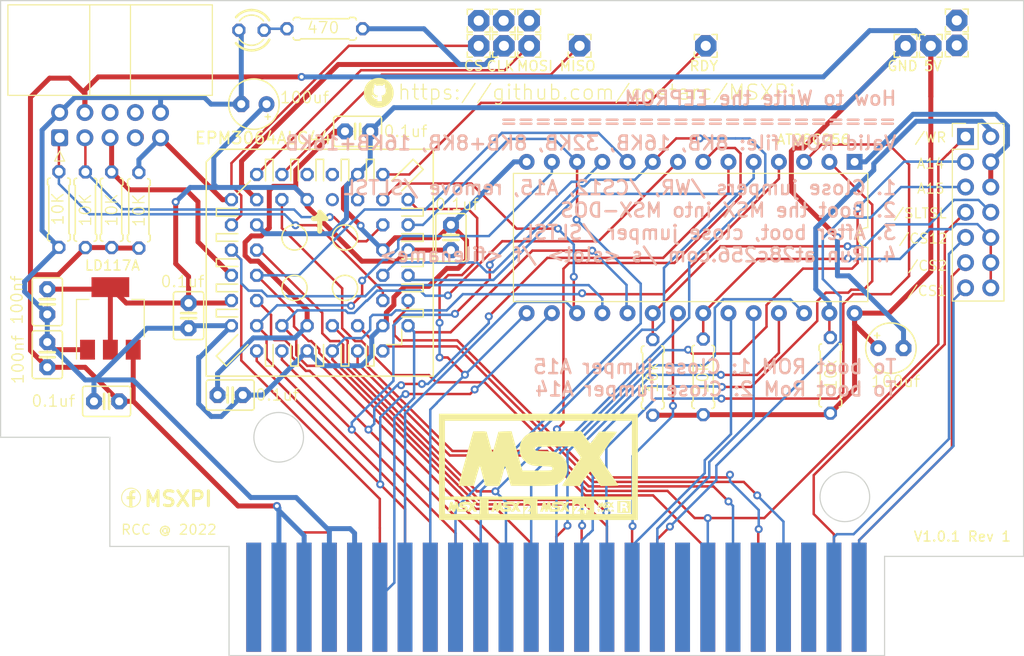
<source format=kicad_pcb>
(kicad_pcb (version 20211014) (generator pcbnew)
  (layers (0 "F.Cu" signal) (31 "B.Cu" signal) (34 "B.Paste" user) (35 "F.Paste" user) (36 "B.SilkS" user "B.Silkscreen") (37 "F.SilkS" user "F.Silkscreen") (38 "B.Mask" user) (39 "F.Mask" user) (44 "Edge.Cuts" user))
  (net 0 "")
  (net 1 "GNDREF")
  (net 2 "TMS")
  (net 3 "TDO")
  (net 4 "TDI")
  (net 5 "TCK")
  (net 6 "+3.3V")
  (net 7 "SPI_MOSI")
  (net 8 "{slash}WAIT")
  (net 9 "SPI_RDY")
  (net 10 "SPI_CS")
  (net 11 "SPI_CLK")
  (net 12 "{slash}RD")
  (net 13 "{slash}WR")
  (net 14 "{slash}IORQ")
  (net 15 "SPI_MISO")
  (net 16 "D7")
  (net 17 "D6")
  (net 18 "D5")
  (net 19 "D4")
  (net 20 "D3")
  (net 21 "D2")
  (net 22 "D1")
  (net 23 "D0")
  (net 25 "{slash}CS1")
  (net 26 "{slash}CS2")
  (net 27 "BUSDIR")
  (net 28 "A9")
  (net 29 "A8")
  (net 30 "A7")
  (net 31 "A6")
  (net 32 "A5")
  (net 33 "A4")
  (net 34 "A3")
  (net 35 "A2")
  (net 36 "A15")
  (net 37 "A14")
  (net 38 "A13")
  (net 39 "A12")
  (net 40 "A11")
  (net 41 "A10")
  (net 42 "A1")
  (net 43 "A0")
  (net 44 "+5V")
  (net 45 "{slash}CS12")
  (net 46 "{slash}SLTSL")
  (net 48 "{slash}RFSH")
  (net 49 "{slash}INT")
  (net 50 "{slash}M1")
  (net 51 "{slash}MREQ")
  (net 52 "{slash}RESET")
  (net 54 "CLOCK")
  (net 56 "unconnected-(JP2-Pad7)")
  (net 58 "Net-(LED1-PadA)")
  (net 60 "{slash}MEM_WE")
  (net 61 "{slash}MEM_OE")
  (net 62 "{slash}MEM_CE")
  (net 63 "MEM_A14")
  (net 71 "Net-(JP1-Pad44)")
  (footprint "msxpi:2,15_1,0" (layer "F.Cu") (at 151.384 75.558457)
    (fp_text reference "SPI_MOSI_PI_GPIO1" hide)
    (fp_text value "SPI_MOSI")
  )
  (footprint "msxpi:0207_7" (layer "F.Cu") (at 181.7116 108.7628 -90)
    (fp_text reference "R5" hide)
    (fp_text value "10k")
  )
  (footprint "msxpi:2,15_1,0" (layer "F.Cu") (at 191.824942 75.558457)
    (fp_text reference "+5V1" hide)
    (fp_text value "2,15/1,0" hide)
  )
  (footprint "msxpi:C2.5-3" (layer "F.Cu") (at 121.285 110.744 180)
    (fp_text reference "C8" hide)
    (fp_text value "0.1uf")
  )
  (footprint "msxpi:C2.5-3" (layer "F.Cu") (at 102.87 106.68 90)
    (fp_text reference "C1" hide)
    (fp_text value "100nf")
  )
  (footprint "msxpi:0207_7" (layer "F.Cu") (at 109.347 92.075 90)
    (fp_text reference "R3" hide)
    (fp_text value "10K")
  )
  (footprint "msxpi:2,15_1,0" (layer "F.Cu") (at 194.437 72.9996)
    (fp_text reference "MOUNTHOLE5" hide)
    (fp_text value "2,15/1,0" hide)
  )
  (footprint "LOGO" (layer "F.Cu") (at 111.3028 121.0818)
    (fp_text reference "G***" hide)
    (fp_text value "LOGO" hide)
  )
  (footprint "msxpi:0207_7" (layer "F.Cu") (at 130.81 73.8378)
    (fp_text reference "R8" hide)
    (fp_text value "470")
  )
  (footprint "msxpi:E2,5-5" (layer "F.Cu") (at 187.8076 106.0196)
    (fp_text reference "C9" hide)
    (fp_text value "100uf")
  )
  (footprint "Package_TO_SOT_SMD:SOT-223-3_TabPin2" (layer "F.Cu") (at 109.22 103.0224 90)
    (fp_text reference "IC1" hide)
    (fp_text value "LD117A")
  )
  (footprint "msxpi:2,15_1,0" (layer "F.Cu") (at 148.8186 73.025)
    (fp_text reference "MOUNTHOLE2" hide)
    (fp_text value "2,15/1,0" hide)
  )
  (footprint "Connector_PinHeader_2.54mm:PinHeader_2x07_P2.54mm_Vertical" (layer "F.Cu") (at 195.321 84.704)
    (fp_text reference "J1" hide)
    (fp_text value "ROM_SWITCH" hide)
  )
  (footprint "msxpi:2,15_1,0" (layer "F.Cu") (at 151.384 73.025)
    (fp_text reference "MOUNTHOLE3" hide)
    (fp_text value "2,15/1,0" hide)
  )
  (footprint "msxpi:0207_7" (layer "F.Cu") (at 104.0384 92.0496 90)
    (fp_text reference "R1" hide)
    (fp_text value "10K")
  )
  (footprint "msxpi:C2.5-3" (layer "F.Cu") (at 143.51 94.869 -90)
    (fp_text reference "C7" hide)
    (fp_text value "0.1uf")
  )
  (footprint "Connector_IDC:IDC-Header_2x05_P2.54mm_Horizontal" (layer "F.Cu") (at 104.1146 84.8185 90)
    (fp_text reference "JP2" hide)
    (fp_text value "JTAG" hide)
  )
  (footprint "msxpi:0207_7" (layer "F.Cu") (at 163.83 108.966 -90)
    (fp_text reference "R7" hide)
    (fp_text value "10k")
  )
  (footprint "Package_DIP:DIP-28_W15.24mm" (layer "F.Cu") (at 184.15 87.249 -90)
    (fp_text reference "U1" hide)
    (fp_text value "AT28C256")
  )
  (footprint "msxpi:LED3MM" (layer "F.Cu") (at 123.429364 73.983213 180)
    (fp_text reference "LED1" hide)
    (fp_text value "LED3MM" hide)
  )
  (footprint "msxpi:C2.5-3" (layer "F.Cu") (at 134.112 84.1756 180)
    (fp_text reference "C5" hide)
    (fp_text value "0.1uf")
  )
  (footprint "msxpi:0207_7" (layer "F.Cu") (at 106.7054 92.075 90)
    (fp_text reference "R2" hide)
    (fp_text value "10K")
  )
  (footprint "msxpi:2,15_1,0" (layer "F.Cu") (at 189.284942 75.558457)
    (fp_text reference "GND5" hide)
    (fp_text value "2,15/1,0" hide)
  )
  (footprint "msxpi:C2.5-3" (layer "F.Cu") (at 108.839 111.379 180)
    (fp_text reference "C6" hide)
    (fp_text value "0.1uf")
  )
  (footprint "msxpi:2,15_1,0" (layer "F.Cu") (at 156.464 75.558457)
    (fp_text reference "SPI_MISO_PI_GPIO1" hide)
    (fp_text value "SPI_MISO")
  )
  (footprint "msxpi:2,15_1,0" (layer "F.Cu") (at 169.164 75.558457)
    (fp_text reference "SPI_RDY_PI_GPIO1" hide)
    (fp_text value "SPI_RDY")
  )
  (footprint "msxpi:E2,5-5" (layer "F.Cu") (at 123.6726 81.4324 180)
    (fp_text reference "C2" hide)
    (fp_text value "100uf")
  )
  (footprint "LOGO" (layer "F.Cu") (at 152.2984 117.9576)
    (fp_text reference "G***" hide)
    (fp_text value "LOGO" hide)
  )
  (footprint "msxpi:C2.5-3" (layer "F.Cu") (at 117.094 102.743 90)
    (fp_text reference "C4" hide)
    (fp_text value "0.1uf")
  )
  (footprint "msxpi:2,15_1,0" (layer "F.Cu") (at 148.844 75.558457)
    (fp_text reference "SPI_CLK_PI_GPIO1" hide)
    (fp_text value "SPI_CLK")
  )
  (footprint "msxpi:0207_7" (layer "F.Cu") (at 168.91 108.9152 -90)
    (fp_text reference "R6" hide)
    (fp_text value "10k")
  )
  (footprint "msxpi:2,15_1,0" (layer "F.Cu") (at 146.304 73.025)
    (fp_text reference "MOUNTHOLE1" hide)
    (fp_text value "2,15/1,0" hide)
  )
  (footprint "msxpi:2,15_1,0" (layer "F.Cu") (at 194.437 75.5142)
    (fp_text reference "MOUNTHOLE4" hide)
    (fp_text value "2,15/1,0" hide)
  )
  (footprint "msxpi:PLCC-S44" (layer "F.Cu") (at 130.302 97.409)
    (fp_text reference "EPM3064ALC44" hide)
    (fp_text value "EPM3064ALC44")
  )
  (footprint "Roni Footprints:MSX_CART" (layer "F.Cu") (at 147.828 101.6)
    (fp_text reference "JP1" hide)
    (fp_text value "MSXCART1" hide)
    (fp_line (start -49.66 13.4) (end -38.66 13.4) (layer "Edge.Cuts") (width 0.12))
    (fp_line (start 53.34 -30.6) (end 53.34 25.4) (layer "Edge.Cuts") (width 0.12))
    (fp_line (start 39.34 25.4) (end 53.34 25.4) (layer "Edge.Cuts") (width 0.12))
    (fp_line (start -49.66 13.4) (end -49.66 -30.6) (layer "Edge.Cuts") (width 0.12))
    (fp_line (start 53.34 -30.6) (end -49.66 -30.6) (layer "Edge.Cuts") (width 0.12))
    (fp_line (start -38.66 13.4) (end -38.66 24.4) (layer "Edge.Cuts") (width 0.12))
    (fp_line (start 39.34 25.4) (end 39.34 35.4) (layer "Edge.Cuts") (width 0.12))
    (fp_line (start -26.66 35.4) (end 39.34 35.4) (layer "Edge.Cuts") (width 0.12))
    (fp_line (start -38.66 24.4) (end -26.66 24.4) (layer "Edge.Cuts") (width 0.12))
    (fp_line (start -26.66 35.4) (end -26.66 24.4) (layer "Edge.Cuts") (width 0.12))
    (fp_circle (center -21.66 13.4) (end -19.16 13.4) (layer "Edge.Cuts") (width 0.12) (fill none))
    (fp_circle (center 35.34 19.4) (end 37.84 19.4) (layer "Edge.Cuts") (width 0.12) (fill none))
  )
  (footprint "msxpi:0207_7" (layer "F.Cu") (at 112.0902 92.1258 90)
    (fp_text reference "R4" hide)
    (fp_text value "10K")
  )
  (footprint "msxpi:C2.5-3" (layer "F.Cu") (at 102.87 101.346 -90)
    (fp_text reference "C3" hide)
    (fp_text value "100nf")
  )
  (footprint "LOGO" (layer "F.Cu") (at 136.246151 80.290038)
    (fp_text reference "G***" hide)
    (fp_text value "LOGO" hide)
  )
  (footprint "msxpi:2,15_1,0" (layer "F.Cu") (at 146.304 75.558457)
    (fp_text reference "SPI_CS_PI_GPIO1" hide)
    (fp_text value "SPI_CS")
  )
  (gr_text "How to Write the EEPROM\n=======================\nValid ROM file: 8KB, 16KB, 32KB, 8KB+8KB, 16KB+16KB\n\n1. Close jumpers /WR, /CS12, A15, remove /SLTSL\n2. Boot the MSX into MSX-DOS\n3. After boot, close jumper /SLTSL\n4. Run at28c256.com /s <slot> /f <filename>\n\n\n\n\nTo boot ROM 1: Close jumper A15\nTo boot RoM 2: Close jumper A14" (at 188.5 95.5) (layer "B.SilkS") (effects (font (size 1.4 1.4) (thickness 0.25)) (justify left mirror)))
  (gr_text "GND" (at 188.976 77.590457) (layer "F.SilkS") (effects (font (size 1 1))))
  (gr_text "https://github.com/costarc/MSXPi" (at 158.1823 80.230911) (layer "F.SilkS") (effects (font (size 1.5 1.5) (thickness 0.125))))
  (gr_text "CLK" (at 148.5 77.597) (layer "F.SilkS") (effects (font (size 1 1))))
  (gr_text "RCC @ 2022" (at 115.1128 124.3076) (layer "F.SilkS") (effects (font (size 1 1) (thickness 0.125))))
  (gr_text "/SLTSL" (at 190.754 92.4306) (layer "F.SilkS") (effects (font (size 1 1) (thickness 0.125))))
  (gr_text "MSXPI" (at 116.0526 121.2088) (layer "F.SilkS") (effects (font (size 1.5 1.5) (thickness 0.3))))
  (gr_text "V1.0.1 Rev 1" (at 195 125) (layer "F.SilkS") (effects (font (size 1 1))))
  (gr_text "/CS12" (at 191.0588 94.9706) (layer "F.SilkS") (effects (font (size 1 1) (thickness 0.125))))
  (gr_text "/CS1" (at 191.4398 100.2538) (layer "F.SilkS") (effects (font (size 1 1) (thickness 0.125))))
  (gr_text "CS" (at 145.8 77.561835) (layer "F.SilkS") (effects (font (size 1 1))))
  (gr_text "5V" (at 192.024 77.590457) (layer "F.SilkS") (effects (font (size 1 1))))
  (gr_text "RDY" (at 168.964942 77.590457) (layer "F.SilkS") (effects (font (size 1 1))))
  (gr_text "/WR" (at 191.7954 84.7852) (layer "F.SilkS") (effects (font (size 1 1) (thickness 0.125))))
  (gr_text "MOSI" (at 151.9682 77.590457) (layer "F.SilkS") (effects (font (size 1 1))))
  (gr_text "A15" (at 191.8208 89.9414) (layer "F.SilkS") (effects (font (size 1 1) (thickness 0.125))))
  (gr_text "A14" (at 191.7954 87.4268) (layer "F.SilkS") (effects (font (size 1 1) (thickness 0.125))))
  (gr_text "MISO\n" (at 156.264942 77.590457) (layer "F.SilkS") (effects (font (size 1 1))))
  (gr_text "/CS2" (at 191.4906 97.7138) (layer "F.SilkS") (effects (font (size 1 1) (thickness 0.125))))
  (segment (start 136.652 96.139) (end 137.8966 94.8944) (width 0.5) (layer "F.Cu") (net 1))
  (segment (start 145.0848 95.1738) (end 143.51 93.599) (width 0.5) (layer "F.Cu") (net 1))
  (segment (start 137.0076 102.43827) (end 137.7656 101.68027) (width 0.5) (layer "F.Cu") (net 1))
  (segment (start 177.7832 90.204) (end 177.7832 86.1736) (width 0.5) (layer "F.Cu") (net 1))
  (segment (start 177.7832 86.1736) (end 178.1048 85.852) (width 0.5) (layer "F.Cu") (net 1))
  (segment (start 145.0848 97.1296) (end 145.0848 95.1738) (width 0.5) (layer "F.Cu") (net 1))
  (segment (start 137.7656 100.8928) (end 138.8658 99.7926) (width 0.5) (layer "F.Cu") (net 1))
  (segment (start 134.112 88.519) (end 132.6856 89.9454) (width 0.5) (layer "F.Cu") (net 1))
  (segment (start 106.92 106.1724) (end 103.6324 106.1724) (width 0.5) (layer "F.Cu") (net 1))
  (segment (start 182.4228 94.8436) (end 177.7832 90.204) (width 0.5) (layer "F.Cu") (net 1))
  (segment (start 143.094236 97.983835) (end 144.230565 97.983835) (width 0.5) (layer "F.Cu") (net 1))
  (segment (start 132.6856 89.9454) (end 132.6856 91.944) (width 0.5) (layer "F.Cu") (net 1))
  (segment (start 178.1048 85.852) (end 178.991399 85.852) (width 0.5) (layer "F.Cu") (net 1))
  (segment (start 132.6856 91.944) (end 134.4168 93.6752) (width 0.5) (layer "F.Cu") (net 1))
  (segment (start 138.8658 99.7926) (end 141.285471 99.7926) (width 0.5) (layer "F.Cu") (net 1))
  (segment (start 144.230565 97.983835) (end 145.0848 97.1296) (width 0.5) (layer "F.Cu") (net 1))
  (segment (start 141.285471 99.7926) (end 143.094236 97.983835) (width 0.5) (layer "F.Cu") (net 1))
  (segment (start 137.0076 103.4034) (end 137.0076 102.43827) (width 0.5) (layer "F.Cu") (net 1))
  (segment (start 136.652 103.759) (end 137.0076 103.4034) (width 0.5) (layer "F.Cu") (net 1))
  (segment (start 137.7656 101.68027) (end 137.7656 100.8928) (width 0.5) (layer "F.Cu") (net 1))
  (segment (start 178.991399 85.852) (end 189.284942 75.558457) (width 0.5) (layer "F.Cu") (net 1))
  (segment (start 142.2146 94.8944) (end 143.51 93.599) (width 0.5) (layer "F.Cu") (net 1))
  (segment (start 137.8966 94.8944) (end 142.2146 94.8944) (width 0.5) (layer "F.Cu") (net 1))
  (segment (start 103.6324 106.1724) (end 102.87 105.41) (width 0.5) (layer "F.Cu") (net 1))
  (via (at 134.4168 93.6752) (size 0.8) (drill 0.4) (layers "F.Cu" "B.Cu") (net 1))
  (via (at 182.4228 94.8436) (size 0.8) (drill 0.4) (layers "F.Cu" "B.Cu") (net 1))
  (segment (start 122.4026 74.226449) (end 122.159364 73.983213) (width 0.5) (layer "B.Cu") (net 1))
  (segment (start 117.348 103.759) (end 117.094 104.013) (width 0.5) (layer "B.Cu") (net 1))
  (segment (start 105.6211 80.772) (end 114.2238 80.772) (width 0.5) (layer "B.Cu") (net 1))
  (segment (start 133.810025 131.114405) (end 133.810025 124.666025) (width 0.5) (layer "B.Cu") (net 1))
  (segment (start 133.810025 124.666025) (end 133.35 124.206) (width 0.5) (layer "B.Cu") (net 1))
  (segment (start 102.87 102.616) (end 100.584 100.33) (width 0.5) (layer "B.Cu") (net 1))
  (segment (start 135.382 87.249) (end 134.112 88.519) (width 0.5) (layer "B.Cu") (net 1))
  (segment (start 107.442 109.22) (end 106.68 109.22) (width 0.5) (layer "B.Cu") (net 1))
  (segment (start 119.38 112.903) (end 120.396 112.903) (width 0.5) (layer "B.Cu") (net 1))
  (segment (start 182.4228 98.7379) (end 182.4228 94.8436) (width 0.5) (layer "B.Cu") (net 1))
  (segment (start 135.5384 104.8726) (end 136.652 103.759) (width 0.5) (layer "B.Cu") (net 1))
  (segment (start 135.382 87.249) (end 135.382 84.1756) (width 0.5) (layer "B.Cu") (net 1))
  (segment (start 134.4168 93.6752) (end 134.4168 93.9038) (width 0.5) (layer "B.Cu") (net 1))
  (segment (start 118.6815 80.772) (end 118.68785 80.76565) (width 0.5) (layer "B.Cu") (net 1))
  (segment (start 183.055399 81.788) (end 137.7696 81.788) (width 0.5) (layer "B.Cu") (net 1))
  (segment (start 123.3528 121.0668) (end 111.506 109.22) (width 0.5) (layer "B.Cu") (net 1))
  (segment (start 132.9944 92.964) (end 132.9944 89.6366) (width 0.5) (layer "B.Cu") (net 1))
  (segment (start 135.5384 106.76027) (end 135.5384 104.8726) (width 0.5) (layer "B.Cu") (net 1))
  (segment (start 131.064 124.206) (end 127.9248 121.0668) (width 0.5) (layer "B.Cu") (net 1))
  (segment (start 118.237 106.934) (end 118.11 106.934) (width 0.5) (layer "B.Cu") (net 1))
  (segment (start 106.68 109.22) (end 102.87 105.41) (width 0.5) (layer "B.Cu") (net 1))
  (segment (start 124.841 94.488) (end 131.4704 94.488) (width 0.5) (layer "B.Cu") (net 1))
  (segment (start 127.9248 121.0668) (end 123.3528 121.0668) (width 0.5) (layer "B.Cu") (net 1))
  (segment (start 131.270025 124.412025) (end 131.270025 131.114405) (width 0.5) (layer "B.Cu") (net 1))
  (segment (start 122.4026 81.4324) (end 122.4026 74.226449) (width 0.5) (layer "B.Cu") (net 1))
  (segment (start 111.506 109.22) (end 107.442 109.22) (width 0.5) (layer "B.Cu") (net 1))
  (segment (start 133.35 124.206) (end 131.064 124.206) (width 0.5) (layer "B.Cu") (net 1))
  (segment (start 114.2238 80.772) (end 118.6815 80.772) (width 0.5) (layer "B.Cu") (net 1))
  (segment (start 151.13 87.249) (end 149.86 87.249) (width 0.5) (layer "B.Cu") (net 1))
  (segment (start 134.4168 93.9038) (end 136.652 96.139) (width 0.5) (layer "B.Cu") (net 1))
  (segment (start 112.903 104.013) (end 107.569 109.347) (width 0.5) (layer "B.Cu") (net 1))
  (segment (start 189.0776 104.2416) (end 183.5739 98.7379) (width 0.5) (layer "B.Cu") (net 1))
  (segment (start 104.1146 82.2785) (end 102.344544 84.048556) (width 0.5) (layer "B.Cu") (net 1))
  (segment (start 107.569 109.347) (end 107.442 109.22) (width 0.5) (layer "B.Cu") (net 1))
  (segment (start 137.7696 81.788) (end 135.382 84.1756) (width 0.5) (layer "B.Cu") (net 1))
  (segment (start 149.86 87.249) (end 143.51 93.599) (width 0.5) (layer "B.Cu") (net 1))
  (segment (start 118.11 106.934) (end 118.11 111.633) (width 0.5) (layer "B.Cu") (net 1))
  (segment (start 131.270025 124.253975) (end 131.270025 124.412025) (width 0.5) (layer "B.Cu") (net 1))
  (segment (start 189.284942 75.558457) (end 183.055399 81.788) (width 0.5) (layer "B.Cu") (net 1))
  (segment (start 107.569 111.379) (end 107.569 109.347) (width 0.5) (layer "B.Cu") (net 1))
  (segment (start 102.344544 94.165744) (end 104.0384 95.8596) (width 0.5) (layer "B.Cu") (net 1))
  (segment (start 114.2746 80.8228) (end 114.2238 80.772) (width 0.5) (layer "B.Cu") (net 1))
  (segment (start 104.1146 82.2785) (end 105.6211 80.772) (width 0.5) (layer "B.Cu") (net 1))
  (segment (start 121.412 103.759) (end 118.237 106.934) (width 0.5) (layer "B.Cu") (net 1))
  (segment (start 129.032 106.299) (end 130.5306 107.7976) (width 0.5) (layer "B.Cu") (net 1))
  (segment (start 102.344544 84.048556) (end 102.344544 94.165744) (width 0.5) (layer "B.Cu") (net 1))
  (segment (start 117.094 104.013) (end 112.903 104.013) (width 0.5) (layer "B.Cu") (net 1))
  (segment (start 119.3546 81.4324) (end 122.4026 81.4324) (width 0.5) (layer "B.Cu") (net 1))
  (segment (start 118.68785 80.76565) (end 119.3546 81.4324) (width 0.5) (layer "B.Cu") (net 1))
  (segment (start 130.5306 107.7976) (end 134.50107 107.7976) (width 0.5) (layer "B.Cu") (net 1))
  (segment (start 120.396 112.903) (end 122.555 110.744) (width 0.5) (layer "B.Cu") (net 1))
  (segment (start 122.555 110.744) (end 124.587 110.744) (width 0.5) (layer "B.Cu") (net 1))
  (segment (start 124.587 110.744) (end 129.032 106.299) (width 0.5) (layer "B.Cu") (net 1))
  (segment (start 100.584 100.33) (end 100.584 99.314) (width 0.5) (layer "B.Cu") (net 1))
  (segment (start 131.064 124.206) (end 131.270025 124.412025) (width 0.5) (layer "B.Cu") (net 1))
  (segment (start 102.87 102.616) (end 102.87 105.41) (width 0.5) (layer "B.Cu") (net 1))
  (segment (start 131.4704 94.488) (end 132.9944 92.964) (width 0.5) (layer "B.Cu") (net 1))
  (segment (start 121.412 103.759) (end 117.348 103.759) (width 0.5) (layer "B.Cu") (net 1))
  (segment (start 189.0776 106.0196) (end 189.0776 104.2416) (width 0.5) (layer "B.Cu") (net 1))
  (segment (start 118.11 111.633) (end 119.38 112.903) (width 0.5) (layer "B.Cu") (net 1))
  (segment (start 132.9944 89.6366) (end 134.112 88.519) (width 0.5) (layer "B.Cu") (net 1))
  (segment (start 134.50107 107.7976) (end 135.5384 106.76027) (width 0.5) (layer "B.Cu") (net 1))
  (segment (start 123.952 93.599) (end 124.841 94.488) (width 0.5) (layer "B.Cu") (net 1))
  (segment (start 114.2746 82.2785) (end 114.2746 80.8228) (width 0.5) (layer "B.Cu") (net 1))
  (segment (start 183.5739 98.7379) (end 182.4228 98.7379) (width 0.5) (layer "B.Cu") (net 1))
  (segment (start 100.584 99.314) (end 104.0384 95.8596) (width 0.5) (layer "B.Cu") (net 1))
  (segment (start 118.0418 91.2702) (end 116.84 90.0684) (width 0.5) (layer "F.Cu") (net 2))
  (segment (start 121.412 98.679) (end 118.0418 95.3088) (width 0.5) (layer "F.Cu") (net 2))
  (segment (start 116.84 90.0684) (end 111.1504 90.0684) (width 0.5) (layer "F.Cu") (net 2))
  (segment (start 118.0418 95.3088) (end 118.0418 91.2702) (width 0.5) (layer "F.Cu") (net 2))
  (segment (start 111.1504 90.0684) (end 109.347 88.265) (width 0.5) (layer "F.Cu") (net 2))
  (segment (start 109.347 84.9709) (end 109.1946 84.8185) (width 0.5) (layer "F.Cu") (net 2))
  (segment (start 109.347 88.265) (end 109.347 84.9709) (width 0.5) (layer "F.Cu") (net 2))
  (segment (start 106.7054 88.265) (end 106.7054 84.8693) (width 0.25) (layer "F.Cu") (net 3))
  (segment (start 131.308204 92.8116) (end 131.7244 92.8116) (width 0.25) (layer "F.Cu") (net 3))
  (segment (start 135.001 95.25) (end 136.652 93.599) (width 0.25) (layer "F.Cu") (net 3))
  (segment (start 134.1628 95.25) (end 135.001 95.25) (width 0.25) (layer "F.Cu") (net 3))
  (segment (start 131.7244 92.8116) (end 134.1628 95.25) (width 0.25) (layer "F.Cu") (net 3))
  (segment (start 106.7054 84.8693) (end 106.6546 84.8185) (width 0.25) (layer "F.Cu") (net 3))
  (via (at 131.308204 92.8116) (size 0.8) (drill 0.4) (layers "F.Cu" "B.Cu") (net 3))
  (segment (start 131.308204 92.8116) (end 128.4732 92.8116) (width 0.25) (layer "B.Cu") (net 3))
  (segment (start 113.009831 92.0496) (end 112.976031 92.0158) (width 0.25) (layer "B.Cu") (net 3))
  (segment (start 112.976031 92.0158) (end 110.4562 92.0158) (width 0.25) (layer "B.Cu") (net 3))
  (segment (start 128.4732 92.8116) (end 127.7112 92.0496) (width 0.25) (layer "B.Cu") (net 3))
  (segment (start 110.4562 92.0158) (end 106.7054 88.265) (width 0.25) (layer "B.Cu") (net 3))
  (segment (start 127.7112 92.0496) (end 113.009831 92.0496) (width 0.25) (layer "B.Cu") (net 3))
  (segment (start 114.2746 84.8185) (end 120.5151 91.059) (width 0.5) (layer "F.Cu") (net 4))
  (segment (start 120.5151 91.059) (end 121.412 91.059) (width 0.5) (layer "F.Cu") (net 4))
  (segment (start 114.2746 84.836) (end 112.0902 87.0204) (width 0.5) (layer "B.Cu") (net 4))
  (segment (start 114.2746 84.8185) (end 114.2746 84.836) (width 0.5) (layer "B.Cu") (net 4))
  (segment (start 112.0902 87.0204) (end 112.0902 88.3158) (width 0.5) (layer "B.Cu") (net 4))
  (segment (start 130.021931 93.6353) (end 136.652 100.265369) (width 0.25) (layer "F.Cu") (net 5))
  (segment (start 104.0384 88.2396) (end 104.0384 84.8947) (width 0.25) (layer "F.Cu") (net 5))
  (segment (start 104.0384 84.8947) (end 104.1146 84.8185) (width 0.25) (layer "F.Cu") (net 5))
  (segment (start 136.652 100.265369) (end 136.652 101.219) (width 0.25) (layer "F.Cu") (net 5))
  (segment (start 127.8636 93.6353) (end 130.021931 93.6353) (width 0.25) (layer "F.Cu") (net 5))
  (via (at 127.8636 93.6353) (size 0.8) (drill 0.4) (layers "F.Cu" "B.Cu") (net 5))
  (segment (start 107.1098 92.5302) (end 104.0384 89.4588) (width 0.25) (layer "B.Cu") (net 5))
  (segment (start 104.0384 89.4588) (end 104.0384 88.2396) (width 0.25) (layer "B.Cu") (net 5))
  (segment (start 127.8636 93.6353) (end 126.7585 92.5302) (width 0.25) (layer "B.Cu") (net 5))
  (segment (start 126.7585 92.5302) (end 107.1098 92.5302) (width 0.25) (layer "B.Cu") (net 5))
  (segment (start 122.7836 96.692902) (end 123.343298 97.2526) (width 0.5) (layer "F.Cu") (net 6))
  (segment (start 123.4226 94.7126) (end 122.7836 95.3516) (width 0.5) (layer "F.Cu") (net 6))
  (segment (start 127.889 89.916) (end 129.032 91.059) (width 0.5) (layer "F.Cu") (net 6))
  (segment (start 132.842 84.328) (end 131.8768 84.328) (width 0.5) (layer "F.Cu") (net 6))
  (segment (start 131.64813 84.328) (end 131.80053 84.1756) (width 0.5) (layer "F.Cu") (net 6))
  (segment (start 131.80053 84.1756) (end 132.842 84.1756) (width 0.5) (layer "F.Cu") (net 6))
  (segment (start 132.842 84.1756) (end 132.0292 84.1756) (width 0.5) (layer "F.Cu") (net 6))
  (segment (start 121.158 101.473) (end 121.412 101.219) (width 0.5) (layer "F.Cu") (net 6))
  (segment (start 129.032 91.7448) (end 129.032 91.059) (width 0.5) (layer "F.Cu") (net 6))
  (segment (start 110.8206 101.473) (end 109.22 99.8724) (width 0.5) (layer "F.Cu") (net 6))
  (segment (start 125.222 93.90387) (end 124.41327 94.7126) (width 0.5) (layer "F.Cu") (net 6))
  (segment (start 102.87 100.076) (end 109.0164 100.076) (width 0.5) (layer "F.Cu") (net 6))
  (segment (start 109.22 106.1724) (end 109.22 99.8724) (width 0.5) (layer "F.Cu") (net 6))
  (segment (start 125.6284 89.7128) (end 125.222 90.1192) (width 0.5) (layer "F.Cu") (net 6))
  (segment (start 127.6858 89.7128) (end 125.6284 89.7128) (width 0.5) (layer "F.Cu") (net 6))
  (segment (start 132.0292 84.1756) (end 131.8768 84.328) (width 0.5) (layer "F.Cu") (net 6))
  (segment (start 129.032 102.1802) (end 129.032 103.759) (width 0.5) (layer "F.Cu") (net 6))
  (segment (start 124.1044 97.2526) (end 129.032 102.1802) (width 0.5) (layer "F.Cu") (net 6))
  (segment (start 129.032 91.059) (end 127.6858 89.7128) (width 0.5) (layer "F.Cu") (net 6))
  (segment (start 138.0784 97.2526) (end 134.5398 97.2526) (width 0.5) (layer "F.Cu") (net 6))
  (segment (start 131.8768 84.328) (end 131.64813 84.328) (width 0.5) (layer "F.Cu") (net 6))
  (segment (start 115.7986 97.5106) (end 117.094 98.806) (width 0.5) (layer "F.Cu") (net 6))
  (segment (start 124.41327 94.7126) (end 123.4226 94.7126) (width 0.5) (layer "F.Cu") (net 6))
  (segment (start 109.0164 100.076) (end 109.22 99.8724) (width 0.5) (layer "F.Cu") (net 6))
  (segment (start 139.192 96.139) (end 138.0784 97.2526) (width 0.5) (layer "F.Cu") (net 6))
  (segment (start 109.118 100.076) (end 109.22 99.974) (width 0.5) (layer "F.Cu") (net 6))
  (segment (start 122.7836 95.3516) (end 122.7836 96.692902) (width 0.5) (layer "F.Cu") (net 6))
  (segment (start 131.64813 84.328) (end 127.889 88.08713) (width 0.5) (layer "F.Cu") (net 6))
  (segment (start 134.5398 97.2526) (end 129.032 91.7448) (width 0.5) (layer "F.Cu") (net 6))
  (segment (start 143.51 96.139) (end 139.192 96.139) (width 0.5) (layer "F.Cu") (net 6))
  (segment (start 115.7986 91.2876) (end 115.7986 97.5106) (width 0.5) (layer "F.Cu") (net 6))
  (segment (start 123.343298 97.2526) (end 124.1044 97.2526) (width 0.5) (layer "F.Cu") (net 6))
  (segment (start 117.094 101.473) (end 110.8206 101.473) (width 0.5) (layer "F.Cu") (net 6))
  (segment (start 125.222 90.1192) (end 125.222 93.90387) (width 0.5) (layer "F.Cu") (net 6))
  (segment (start 127.889 88.08713) (end 127.889 89.916) (width 0.5) (layer "F.Cu") (net 6))
  (segment (start 117.094 101.473) (end 121.158 101.473) (width 0.5) (layer "F.Cu") (net 6))
  (segment (start 117.094 98.806) (end 117.094 101.473) (width 0.5) (layer "F.Cu") (net 6))
  (via (at 115.7986 91.2876) (size 0.8) (drill 0.4) (layers "F.Cu" "B.Cu") (net 6))
  (segment (start 115.7986 91.2876) (end 117.257072 89.829128) (width 0.5) (layer "B.Cu") (net 6))
  (segment (start 119.634 89.5096) (end 119.953528 89.829128) (width 0.5) (layer "B.Cu") (net 6))
  (segment (start 123.611128 104.988872) (end 120.015 108.585) (width 0.5) (layer "B.Cu") (net 6))
  (segment (start 127.802128 89.829128) (end 119.953528 89.829128) (width 0.5) (layer "B.Cu") (net 6))
  (segment (start 127.802128 104.988872) (end 123.611128 104.988872) (width 0.5) (layer "B.Cu") (net 6))
  (segment (start 129.032 91.059) (end 127.802128 89.829128) (width 0.5) (layer "B.Cu") (net 6))
  (segment (start 129.032 103.759) (end 127.802128 104.988872) (width 0.5) (layer "B.Cu") (net 6))
  (segment (start 119.634 86.741) (end 119.634 89.5096) (width 0.5) (layer "B.Cu") (net 6))
  (segment (start 120.015 108.585) (end 120.015 110.744) (width 0.5) (layer "B.Cu") (net 6))
  (segment (start 124.9426 81.4324) (end 119.634 86.741) (width 0.5) (layer "B.Cu") (net 6))
  (segment (start 117.257072 89.829128) (end 119.953528 89.829128) (width 0.5) (layer "B.Cu") (net 6))
  (segment (start 134.454719 78.016281) (end 148.926176 78.016281) (width 0.25) (layer "F.Cu") (net 7))
  (segment (start 148.926176 78.016281) (end 151.384 75.558457) (width 0.25) (layer "F.Cu") (net 7))
  (segment (start 123.952 88.519) (end 134.454719 78.016281) (width 0.25) (layer "F.Cu") (net 7))
  (segment (start 174.3456 120.8532) (end 172.99 119.4976) (width 0.25) (layer "F.Cu") (net 8))
  (segment (start 172.99 119.4976) (end 157.75 119.4976) (width 0.25) (layer "F.Cu") (net 8))
  (segment (start 137.1092 105.8418) (end 136.652 106.299) (width 0.25) (layer "F.Cu") (net 8))
  (segment (start 144.0942 105.8418) (end 137.1092 105.8418) (width 0.25) (layer "F.Cu") (net 8))
  (segment (start 157.75 119.4976) (end 144.0942 105.8418) (width 0.25) (layer "F.Cu") (net 8))
  (via (at 174.3456 120.8532) (size 0.8) (drill 0.4) (layers "F.Cu" "B.Cu") (net 8))
  (segment (start 174.3456 120.8532) (end 176.990025 123.497625) (width 0.25) (layer "B.Cu") (net 8))
  (segment (start 176.990025 123.497625) (end 176.990025 131.114405) (width 0.25) (layer "B.Cu") (net 8))
  (segment (start 163.417057 81.3054) (end 169.164 75.558457) (width 0.25) (layer "F.Cu") (net 9))
  (segment (start 146.5326 81.3054) (end 163.417057 81.3054) (width 0.25) (layer "F.Cu") (net 9))
  (segment (start 139.319 88.519) (end 146.5326 81.3054) (width 0.25) (layer "F.Cu") (net 9))
  (segment (start 136.652 88.519) (end 139.319 88.519) (width 0.25) (layer "F.Cu") (net 9))
  (segment (start 121.412 89.660908) (end 121.412 87.376) (width 0.25) (layer "F.Cu") (net 10))
  (segment (start 121.412 87.376) (end 133.229543 75.558457) (width 0.25) (layer "F.Cu") (net 10))
  (segment (start 121.412 93.599) (end 122.4006 92.6104) (width 0.25) (layer "F.Cu") (net 10))
  (segment (start 122.4006 92.6104) (end 122.4006 90.649508) (width 0.25) (layer "F.Cu") (net 10))
  (segment (start 122.4006 90.649508) (end 121.412 89.660908) (width 0.25) (layer "F.Cu") (net 10))
  (segment (start 133.229543 75.558457) (end 146.304 75.558457) (width 0.25) (layer "F.Cu") (net 10))
  (segment (start 122.428 89.535) (end 123.952 91.059) (width 0.5) (layer "F.Cu") (net 11))
  (segment (start 148.844 75.558457) (end 146.964376 77.438081) (width 0.5) (layer "F.Cu") (net 11))
  (segment (start 146.964376 77.438081) (end 132.167617 77.438081) (width 0.5) (layer "F.Cu") (net 11))
  (segment (start 122.428 87.177698) (end 122.428 89.535) (width 0.5) (layer "F.Cu") (net 11))
  (segment (start 132.167617 77.438081) (end 122.428 87.177698) (width 0.5) (layer "F.Cu") (net 11))
  (segment (start 144.399 77.4446) (end 140.7922 73.8378) (width 0.5) (layer "B.Cu") (net 11))
  (segment (start 140.7922 73.8378) (end 134.62 73.8378) (width 0.5) (layer "B.Cu") (net 11))
  (segment (start 146.957857 77.4446) (end 144.399 77.4446) (width 0.5) (layer "B.Cu") (net 11))
  (segment (start 148.844 75.558457) (end 146.957857 77.4446) (width 0.5) (layer "B.Cu") (net 11))
  (segment (start 163.86282 120.8572) (end 157.014956 120.8572) (width 0.25) (layer "F.Cu") (net 12))
  (segment (start 152.993756 116.836) (end 143.4044 116.836) (width 0.25) (layer "F.Cu") (net 12))
  (segment (start 134.112 107.5436) (end 134.112 106.299) (width 0.25) (layer "F.Cu") (net 12))
  (segment (start 169.370025 126.364405) (end 163.86282 120.8572) (width 0.25) (layer "F.Cu") (net 12))
  (segment (start 143.4044 116.836) (end 134.112 107.5436) (width 0.25) (layer "F.Cu") (net 12))
  (segment (start 169.370025 131.114405) (end 169.370025 126.364405) (width 0.25) (layer "F.Cu") (net 12))
  (segment (start 157.014956 120.8572) (end 152.993756 116.836) (width 0.25) (layer "F.Cu") (net 12))
  (segment (start 143.6624 116.3828) (end 138.656099 111.376499) (width 0.25) (layer "F.Cu") (net 13))
  (segment (start 133.858 105.3104) (end 132.5606 104.013) (width 0.25) (layer "F.Cu") (net 13))
  (segment (start 138.639313 111.376499) (end 135.1006 107.837786) (width 0.25) (layer "F.Cu") (net 13))
  (segment (start 192.5828 87.4268) (end 193.4972 86.5124) (width 0.25) (layer "F.Cu") (net 13))
  (segment (start 165.3112 120.404) (end 157.202678 120.404) (width 0.25) (layer "F.Cu") (net 13))
  (segment (start 135.1006 107.837786) (end 135.1006 105.889508) (width 0.25) (layer "F.Cu") (net 13))
  (segment (start 135.1006 105.889508) (end 134.521492 105.3104) (width 0.25) (layer "F.Cu") (net 13))
  (segment (start 168.0464 123.1392) (end 165.3112 120.404) (width 0.25) (layer "F.Cu") (net 13))
  (segment (start 138.656099 111.376499) (end 138.639313 111.376499) (width 0.25) (layer "F.Cu") (net 13))
  (segment (start 132.5606 99.9978) (end 126.492 93.9292) (width 0.25) (layer "F.Cu") (net 13))
  (segment (start 153.181478 116.3828) (end 143.6624 116.3828) (width 0.25) (layer "F.Cu") (net 13))
  (segment (start 169.3672 123.1392) (end 168.0464 123.1392) (width 0.25) (layer "F.Cu") (net 13))
  (segment (start 134.521492 105.3104) (end 133.858 105.3104) (width 0.25) (layer "F.Cu") (net 13))
  (segment (start 175.0568 123.1392) (end 192.5828 105.6132) (width 0.25) (layer "F.Cu") (net 13))
  (segment (start 157.202678 120.404) (end 153.181478 116.3828) (width 0.25) (layer "F.Cu") (net 13))
  (segment (start 193.4972 86.5124) (end 193.5126 86.5124) (width 0.25) (layer "F.Cu") (net 13))
  (segment (start 192.5828 105.6132) (end 192.5828 87.4268) (width 0.25) (layer "F.Cu") (net 13))
  (segment (start 132.5606 104.013) (end 132.5606 99.9978) (width 0.25) (layer "F.Cu") (net 13))
  (segment (start 126.492 93.9292) (end 126.492 91.059) (width 0.25) (layer "F.Cu") (net 13))
  (segment (start 169.3672 123.1392) (end 175.0568 123.1392) (width 0.25) (layer "F.Cu") (net 13))
  (segment (start 193.5126 86.5124) (end 195.321 84.704) (width 0.25) (layer "F.Cu") (net 13))
  (via (at 169.3672 123.1392) (size 0.8) (drill 0.4) (layers "F.Cu" "B.Cu") (net 13))
  (segment (start 169.3672 123.1392) (end 169.370025 123.142025) (width 0.25) (layer "B.Cu") (net 13))
  (segment (start 169.370025 123.142025) (end 169.370025 131.114405) (width 0.25) (layer "B.Cu") (net 13))
  (segment (start 135.563722 106.658522) (end 135.563722 105.210722) (width 0.25) (layer "F.Cu") (net 14))
  (segment (start 146.8966 109.457) (end 142.0198 109.457) (width 0.25) (layer "F.Cu") (net 14))
  (segment (start 171.45 121.4628) (end 169.938 119.9508) (width 0.25) (layer "F.Cu") (net 14))
  (segment (start 141.3002 108.7374) (end 137.6426 108.7374) (width 0.25) (layer "F.Cu") (net 14))
  (segment (start 157.3904 119.9508) (end 146.8966 109.457) (width 0.25) (layer "F.Cu") (net 14))
  (segment (start 142.0198 109.457) (end 141.3002 108.7374) (width 0.25) (layer "F.Cu") (net 14))
  (segment (start 169.938 119.9508) (end 157.3904 119.9508) (width 0.25) (layer "F.Cu") (net 14))
  (segment (start 135.563722 105.210722) (end 134.112 103.759) (width 0.25) (layer "F.Cu") (net 14))
  (segment (start 137.6426 108.7374) (end 135.563722 106.658522) (width 0.25) (layer "F.Cu") (net 14))
  (via (at 171.45 121.4628) (size 0.8) (drill 0.4) (layers "F.Cu" "B.Cu") (net 14))
  (segment (start 171.910025 121.922825) (end 171.910025 131.114405) (width 0.25) (layer "B.Cu") (net 14))
  (segment (start 171.45 121.4628) (end 171.910025 121.922825) (width 0.25) (layer "B.Cu") (net 14))
  (segment (start 153.552976 78.469481) (end 156.464 75.558457) (width 0.25) (layer "F.Cu") (net 15))
  (segment (start 136.541519 78.469481) (end 153.552976 78.469481) (width 0.25) (layer "F.Cu") (net 15))
  (segment (start 126.492 88.519) (end 136.541519 78.469481) (width 0.25) (layer "F.Cu") (net 15))
  (segment (start 143.4846 104.4194) (end 139.8524 104.4194) (width 0.25) (layer "F.Cu") (net 16))
  (segment (start 157.734 96.1947) (end 151.7093 96.1947) (width 0.25) (layer "F.Cu") (net 16))
  (segment (start 139.8524 104.4194) (end 139.192 103.759) (width 0.25) (layer "F.Cu") (net 16))
  (segment (start 151.7093 96.1947) (end 143.4846 104.4194) (width 0.25) (layer "F.Cu") (net 16))
  (via (at 157.734 96.1947) (size 0.8) (drill 0.4) (layers "F.Cu" "B.Cu") (net 16))
  (segment (start 137.811825 113.007253) (end 139.8016 111.017478) (width 0.25) (layer "B.Cu") (net 16))
  (segment (start 136.350025 131.114405) (end 137.811825 129.652605) (width 0.25) (layer "B.Cu") (net 16))
  (segment (start 161.1884 99.6491) (end 161.1884 102.3874) (width 0.25) (layer "B.Cu") (net 16))
  (segment (start 157.734 96.1947) (end 161.1884 99.6491) (width 0.25) (layer "B.Cu") (net 16))
  (segment (start 139.8016 111.017478) (end 139.8016 104.3686) (width 0.25) (layer "B.Cu") (net 16))
  (segment (start 137.811825 129.652605) (end 137.811825 113.007253) (width 0.25) (layer "B.Cu") (net 16))
  (segment (start 139.8016 104.3686) (end 139.192 103.759) (width 0.25) (layer "B.Cu") (net 16))
  (segment (start 161.1884 102.3874) (end 161.29 102.489) (width 0.25) (layer "B.Cu") (net 16))
  (segment (start 136.350025 131.114405) (end 136.350025 124.126975) (width 0.25) (layer "F.Cu") (net 17))
  (segment (start 122.4006 97.1276) (end 121.412 96.139) (width 0.25) (layer "F.Cu") (net 17))
  (segment (start 136.3472 121.2088) (end 122.4006 107.2622) (width 0.25) (layer "F.Cu") (net 17))
  (segment (start 122.4006 107.2622) (end 122.4006 97.1276) (width 0.25) (layer "F.Cu") (net 17))
  (segment (start 136.350025 124.126975) (end 136.3472 124.12415) (width 0.25) (layer "F.Cu") (net 17))
  (segment (start 136.3472 124.12415) (end 136.3472 121.2088) (width 0.25) (layer "F.Cu") (net 17))
  (segment (start 157.3784 99.6696) (end 158.75 101.0412) (width 0.25) (layer "B.Cu") (net 17))
  (segment (start 135.9916 99.6696) (end 157.3784 99.6696) (width 0.25) (layer "B.Cu") (net 17))
  (segment (start 134.874 100.7872) (end 135.9916 99.6696) (width 0.25) (layer "B.Cu") (net 17))
  (segment (start 123.1412 100.2304) (end 124.462 100.2304) (width 0.25) (layer "B.Cu") (net 17))
  (segment (start 122.4006 99.4898) (end 123.1412 100.2304) (width 0.25) (layer "B.Cu") (net 17))
  (segment (start 125.0188 100.7872) (end 134.874 100.7872) (width 0.25) (layer "B.Cu") (net 17))
  (segment (start 121.412 96.139) (end 122.4006 97.1276) (width 0.25) (layer "B.Cu") (net 17))
  (segment (start 124.462 100.2304) (end 125.0188 100.7872) (width 0.25) (layer "B.Cu") (net 17))
  (segment (start 122.4006 97.1276) (end 122.4006 99.4898) (width 0.25) (layer "B.Cu") (net 17))
  (segment (start 158.75 101.0412) (end 158.75 102.489) (width 0.25) (layer "B.Cu") (net 17))
  (segment (start 156.21 102.489) (end 155.8798 102.1588) (width 0.25) (layer "F.Cu") (net 18))
  (segment (start 150.114 93.98) (end 154.2796 93.98) (width 0.25) (layer "F.Cu") (net 18))
  (segment (start 145.5674 89.4334) (end 149.7584 93.6244) (width 0.25) (layer "F.Cu") (net 18))
  (segment (start 136.652 91.059) (end 138.2776 89.4334) (width 0.25) (layer "F.Cu") (net 18))
  (segment (start 138.2776 89.4334) (end 138.7094 89.4334) (width 0.25) (layer "F.Cu") (net 18))
  (segment (start 155.8798 102.1588) (end 155.8798 98.8314) (width 0.25) (layer "F.Cu") (net 18))
  (segment (start 149.7584 93.6244) (end 150.114 93.98) (width 0.25) (layer "F.Cu") (net 18))
  (segment (start 138.7094 89.4334) (end 145.5674 89.4334) (width 0.25) (layer "F.Cu") (net 18))
  (via (at 155.8798 98.8314) (size 0.8) (drill 0.4) (layers "F.Cu" "B.Cu") (net 18))
  (via (at 154.2796 93.98) (size 0.8) (drill 0.4) (layers "F.Cu" "B.Cu") (net 18))
  (segment (start 138.890025 112.569975) (end 138.890025 131.114405) (width 0.25) (layer "B.Cu") (net 18))
  (segment (start 155.0818 101.3608) (end 150.0992 101.3608) (width 0.25) (layer "B.Cu") (net 18))
  (segment (start 156.21 102.489) (end 155.0818 101.3608) (width 0.25) (layer "B.Cu") (net 18))
  (segment (start 155.8798 98.8314) (end 155.8798 95.5802) (width 0.25) (layer "B.Cu") (net 18))
  (segment (start 155.8798 95.5802) (end 154.2796 93.98) (width 0.25) (layer "B.Cu") (net 18))
  (segment (start 150.0992 101.3608) (end 138.890025 112.569975) (width 0.25) (layer "B.Cu") (net 18))
  (segment (start 136.391222 119.742378) (end 138.890025 122.241181) (width 0.25) (layer "F.Cu") (net 19))
  (segment (start 123.952 107.303156) (end 136.391222 119.742378) (width 0.25) (layer "F.Cu") (net 19))
  (segment (start 138.946843 110.6424) (end 145.4404 110.6424) (width 0.25) (layer "F.Cu") (net 19))
  (segment (start 123.952 106.299) (end 123.952 107.303156) (width 0.25) (layer "F.Cu") (net 19))
  (segment (start 145.4404 110.6424) (end 145.8976 110.1852) (width 0.25) (layer "F.Cu") (net 19))
  (segment (start 138.940944 110.648299) (end 138.946843 110.6424) (width 0.25) (layer "F.Cu") (net 19))
  (segment (start 138.890025 122.241181) (end 138.890025 131.114405) (width 0.25) (layer "F.Cu") (net 19))
  (via (at 145.8976 110.1852) (size 0.8) (drill 0.4) (layers "F.Cu" "B.Cu") (net 19))
  (via (at 138.940944 110.648299) (size 0.8) (drill 0.4) (layers "F.Cu" "B.Cu") (net 19))
  (via (at 136.391222 119.742378) (size 0.8) (drill 0.4) (layers "F.Cu" "B.Cu") (net 19))
  (segment (start 138.940944 110.648299) (end 138.728901 110.648299) (width 0.25) (layer "B.Cu") (net 19))
  (segment (start 138.728901 110.648299) (end 136.391222 112.985978) (width 0.25) (layer "B.Cu") (net 19))
  (segment (start 145.9738 110.1852) (end 153.67 102.489) (width 0.25) (layer "B.Cu") (net 19))
  (segment (start 145.8976 110.1852) (end 145.9738 110.1852) (width 0.25) (layer "B.Cu") (net 19))
  (segment (start 136.391222 112.985978) (end 136.391222 119.742378) (width 0.25) (layer "B.Cu") (net 19))
  (segment (start 143.1798 106.9594) (end 144.9197 108.6993) (width 0.25) (layer "F.Cu") (net 20))
  (segment (start 145.2372 91.9988) (end 146.1516 92.9132) (width 0.25) (layer "F.Cu") (net 20))
  (segment (start 146.1516 97.123678) (end 144.611939 98.663339) (width 0.25) (layer "F.Cu") (net 20))
  (segment (start 140.1318 91.9988) (end 145.2372 91.9988) (width 0.25) (layer "F.Cu") (net 20))
  (segment (start 142.367 103.1748) (end 142.367 103.4542) (width 0.25) (layer "F.Cu") (net 20))
  (segment (start 139.192 91.059) (end 140.1318 91.9988) (width 0.25) (layer "F.Cu") (net 20))
  (segment (start 143.23243 98.663339) (end 142.487084 99.408685) (width 0.25) (layer "F.Cu") (net 20))
  (segment (start 142.487084 99.408685) (end 142.367 99.528769) (width 0.25) (layer "F.Cu") (net 20))
  (segment (start 146.1516 92.9132) (end 146.1516 95.1738) (width 0.25) (layer "F.Cu") (net 20))
  (segment (start 143.1798 106.9594) (end 142.367 106.9594) (width 0.25) (layer "F.Cu") (net 20))
  (segment (start 146.1516 95.1738) (end 146.1516 97.123678) (width 0.25) (layer "F.Cu") (net 20))
  (segment (start 142.367 99.528769) (end 142.367 103.1748) (width 0.25) (layer "F.Cu") (net 20))
  (segment (start 144.611939 98.663339) (end 143.23243 98.663339) (width 0.25) (layer "F.Cu") (net 20))
  (via (at 142.367 106.9594) (size 0.8) (drill 0.4) (layers "F.Cu" "B.Cu") (net 20))
  (via (at 142.367 103.4542) (size 0.8) (drill 0.4) (layers "F.Cu" "B.Cu") (net 20))
  (via (at 144.9197 108.6993) (size 0.8) (drill 0.4) (layers "F.Cu" "B.Cu") (net 20))
  (segment (start 142.0876 111.5314) (end 142.0876 111.5568) (width 0.25) (layer "B.Cu") (net 20))
  (segment (start 141.430025 112.214375) (end 141.430025 131.114405) (width 0.25) (layer "B.Cu") (net 20))
  (segment (start 151.13 102.489) (end 144.9197 108.6993) (width 0.25) (layer "B.Cu") (net 20))
  (segment (start 142.0876 111.5568) (end 141.430025 112.214375) (width 0.25) (layer "B.Cu") (net 20))
  (segment (start 142.367 103.4542) (end 142.367 106.9594) (width 0.25) (layer "B.Cu") (net 20))
  (segment (start 144.9197 108.6993) (end 142.0876 111.5314) (width 0.25) (layer "B.Cu") (net 20))
  (segment (start 141.430025 123.548425) (end 124.945652 107.064052) (width 0.25) (layer "F.Cu") (net 21))
  (segment (start 134.5692 100.6348) (end 134.5692 99.2124) (width 0.25) (layer "F.Cu") (net 21))
  (segment (start 141.430025 131.114405) (end 141.430025 123.548425) (width 0.25) (layer "F.Cu") (net 21))
  (segment (start 124.945652 107.064052) (end 124.945652 104.752652) (width 0.25) (layer "F.Cu") (net 21))
  (segment (start 124.945652 104.752652) (end 123.952 103.759) (width 0.25) (layer "F.Cu") (net 21))
  (segment (start 133.4516 101.7524) (end 134.5692 100.6348) (width 0.25) (layer "F.Cu") (net 21))
  (via (at 134.5692 99.2124) (size 0.8) (drill 0.4) (layers "F.Cu" "B.Cu") (net 21))
  (via (at 133.4516 101.7524) (size 0.8) (drill 0.4) (layers "F.Cu" "B.Cu") (net 21))
  (segment (start 126.0094 101.7016) (end 123.952 103.759) (width 0.25) (layer "B.Cu") (net 21))
  (segment (start 138.2034 95.985692) (end 137.061492 97.1276) (width 0.25) (layer "B.Cu") (net 21))
  (segment (start 138.2034 95.121) (end 138.2034 95.985692) (width 0.25) (layer "B.Cu") (net 21))
  (segment (start 138.6479 94.7273) (end 138.2542 95.121) (width 0.25) (layer "B.Cu") (net 21))
  (segment (start 153.67 88.38037) (end 147.32307 94.7273) (width 0.25) (layer "B.Cu") (net 21))
  (segment (start 153.67 87.249) (end 153.67 88.38037) (width 0.25) (layer "B.Cu") (net 21))
  (segment (start 137.061492 97.1276) (end 136.654 97.1276) (width 0.25) (layer "B.Cu") (net 21))
  (segment (start 133.4516 101.7524) (end 133.4008 101.7016) (width 0.25) (layer "B.Cu") (net 21))
  (segment (start 133.4008 101.7016) (end 126.0094 101.7016) (width 0.25) (layer "B.Cu") (net 21))
  (segment (start 147.32307 94.7273) (end 138.6479 94.7273) (width 0.25) (layer "B.Cu") (net 21))
  (segment (start 136.654 97.1276) (end 134.5692 99.2124) (width 0.25) (layer "B.Cu") (net 21))
  (segment (start 138.2542 95.121) (end 138.2034 95.121) (width 0.25) (layer "B.Cu") (net 21))
  (segment (start 156.1592 93.0656) (end 156.21 93.0148) (width 0.25) (layer "F.Cu") (net 22))
  (segment (start 156.21 93.0148) (end 156.21 87.249) (width 0.25) (layer "F.Cu") (net 22))
  (via (at 156.1592 93.0656) (size 0.8) (drill 0.4) (layers "F.Cu" "B.Cu") (net 22))
  (segment (start 156.21 87.249) (end 153.8986 84.9376) (width 0.25) (layer "B.Cu") (net 22))
  (segment (start 162.616799 103.524401) (end 162.616799 101.848001) (width 0.25) (layer "B.Cu") (net 22))
  (segment (start 140.6906 93.599) (end 139.192 93.599) (width 0.25) (layer "B.Cu") (net 22))
  (segment (start 143.970025 131.114405) (end 143.970025 122.171175) (width 0.25) (layer "B.Cu") (net 22))
  (segment (start 162.2044 103.9368) (end 162.616799 103.524401) (width 0.25) (layer "B.Cu") (net 22))
  (segment (start 153.8986 84.9376) (end 149.352 84.9376) (width 0.25) (layer "B.Cu") (net 22))
  (segment (start 162.616799 99.523199) (end 156.1592 93.0656) (width 0.25) (layer "B.Cu") (net 22))
  (segment (start 149.352 84.9376) (end 140.6906 93.599) (width 0.25) (layer "B.Cu") (net 22))
  (segment (start 162.616799 101.848001) (end 162.616799 99.523199) (width 0.25) (layer "B.Cu") (net 22))
  (segment (start 143.970025 122.171175) (end 162.2044 103.9368) (width 0.25) (layer "B.Cu") (net 22))
  (segment (start 147.4216 99.06) (end 143.9164 102.5652) (width 0.25) (layer "F.Cu") (net 23))
  (segment (start 147.4216 97.6376) (end 147.4216 99.06) (width 0.25) (layer "F.Cu") (net 23))
  (segment (start 143.970025 124.666025) (end 143.970025 131.114405) (width 0.25) (layer "F.Cu") (net 23))
  (segment (start 126.492 106.299) (end 126.492 107.188) (width 0.25) (layer "F.Cu") (net 23))
  (segment (start 133.5278 114.2238) (end 143.970025 124.666025) (width 0.25) (layer "F.Cu") (net 23))
  (segment (start 126.492 107.188) (end 133.5278 114.2238) (width 0.25) (layer "F.Cu") (net 23))
  (via (at 147.4216 97.6376) (size 0.8) (drill 0.4) (layers "F.Cu" "B.Cu") (net 23))
  (via (at 143.9164 102.5652) (size 0.8) (drill 0.4) (layers "F.Cu" "B.Cu") (net 23))
  (via (at 133.5278 114.2238) (size 0.8) (drill 0.4) (layers "F.Cu" "B.Cu") (net 23))
  (segment (start 137.7188 109.3216) (end 133.5278 113.5126) (width 0.25) (layer "B.Cu") (net 23))
  (segment (start 147.4216 97.6376) (end 147.4216 97.4852) (width 0.25) (layer "B.Cu") (net 23))
  (segment (start 137.7188 103.7336) (end 137.7188 109.3216) (width 0.25) (layer "B.Cu") (net 23))
  (segment (start 143.9164 102.5652) (end 143.8188 102.6628) (width 0.25) (layer "B.Cu") (net 23))
  (segment (start 147.4216 97.4852) (end 155.6512 89.2556) (width 0.25) (layer "B.Cu") (net 23))
  (segment (start 143.8188 102.6628) (end 138.7896 102.6628) (width 0.25) (layer "B.Cu") (net 23))
  (segment (start 138.7896 102.6628) (end 137.7188 103.7336) (width 0.25) (layer "B.Cu") (net 23))
  (segment (start 133.5278 113.5126) (end 133.5278 114.2238) (width 0.25) (layer "B.Cu") (net 23))
  (segment (start 156.7434 89.2556) (end 158.75 87.249) (width 0.25) (layer "B.Cu") (net 23))
  (segment (start 155.6512 89.2556) (end 156.7434 89.2556) (width 0.25) (layer "B.Cu") (net 23))
  (segment (start 194.1068 115.8748) (end 184.6072 125.3744) (width 0.25) (layer "B.Cu") (net 25))
  (segment (start 194.1068 101.1582) (end 194.1068 115.8748) (width 0.25) (layer "B.Cu") (net 25))
  (segment (start 195.321 99.944) (end 194.1068 101.1582) (width 0.25) (layer "B.Cu") (net 25))
  (segment (start 184.6072 125.3744) (end 184.6072 131.11158) (width 0.25) (layer "B.Cu") (net 25))
  (segment (start 184.6072 131.11158) (end 184.610025 131.114405) (width 0.25) (layer "B.Cu") (net 25))
  (segment (start 184.610025 131.114405) (end 184.610025 125.371575) (width 0.25) (layer "F.Cu") (net 26))
  (segment (start 193.9544 116.0272) (end 193.9544 98.7706) (width 0.25) (layer "F.Cu") (net 26))
  (segment (start 193.9544 98.7706) (end 195.321 97.404) (width 0.25) (layer "F.Cu") (net 26))
  (segment (start 184.610025 125.371575) (end 193.9544 116.0272) (width 0.25) (layer "F.Cu") (net 26))
  (segment (start 137.8204 103.3272) (end 139.192 101.9556) (width 0.25) (layer "F.Cu") (net 27))
  (segment (start 144.145 105.2322) (end 138.3538 105.2322) (width 0.25) (layer "F.Cu") (net 27))
  (segment (start 138.3538 105.2322) (end 137.8204 104.6988) (width 0.25) (layer "F.Cu") (net 27))
  (segment (start 157.9572 119.0444) (end 144.145 105.2322) (width 0.25) (layer "F.Cu") (net 27))
  (segment (start 174.450025 124.304775) (end 174.450025 131.114405) (width 0.25) (layer "F.Cu") (net 27))
  (segment (start 139.192 101.9556) (end 139.192 101.219) (width 0.25) (layer "F.Cu") (net 27))
  (segment (start 171.6024 118.7699) (end 171.3279 119.0444) (width 0.25) (layer "F.Cu") (net 27))
  (segment (start 174.498 124.2568) (end 174.450025 124.304775) (width 0.25) (layer "F.Cu") (net 27))
  (segment (start 137.8204 104.6988) (end 137.8204 103.3272) (width 0.25) (layer "F.Cu") (net 27))
  (segment (start 171.3279 119.0444) (end 157.9572 119.0444) (width 0.25) (layer "F.Cu") (net 27))
  (via (at 174.498 124.2568) (size 0.8) (drill 0.4) (layers "F.Cu" "B.Cu") (net 27))
  (via (at 171.6024 118.7699) (size 0.8) (drill 0.4) (layers "F.Cu" "B.Cu") (net 27))
  (segment (start 174.498 122.3264) (end 171.6024 119.4308) (width 0.25) (layer "B.Cu") (net 27))
  (segment (start 174.498 124.2568) (end 174.498 122.3264) (width 0.25) (layer "B.Cu") (net 27))
  (segment (start 171.6024 119.4308) (end 171.6024 118.7699) (width 0.25) (layer "B.Cu") (net 27))
  (segment (start 169.5196 118.9736) (end 169.5196 117.5004) (width 0.25) (layer "B.Cu") (net 28))
  (segment (start 164.290025 124.203175) (end 169.5196 118.9736) (width 0.25) (layer "B.Cu") (net 28))
  (segment (start 173.99 113.03) (end 173.99 102.489) (width 0.25) (layer "B.Cu") (net 28))
  (segment (start 164.290025 131.114405) (end 164.290025 124.203175) (width 0.25) (layer "B.Cu") (net 28))
  (segment (start 169.5196 117.5004) (end 173.99 113.03) (width 0.25) (layer "B.Cu") (net 28))
  (segment (start 156.670025 131.114405) (end 156.670025 123.949175) (width 0.25) (layer "F.Cu") (net 29))
  (segment (start 176.53 106.496278) (end 176.53 102.489) (width 0.25) (layer "F.Cu") (net 29))
  (segment (start 156.670025 123.949175) (end 156.718 123.9012) (width 0.25) (layer "F.Cu") (net 29))
  (segment (start 174.314278 108.712) (end 176.53 106.496278) (width 0.25) (layer "F.Cu") (net 29))
  (segment (start 170.688 108.712) (end 174.314278 108.712) (width 0.25) (layer "F.Cu") (net 29))
  (via (at 170.688 108.712) (size 0.8) (drill 0.4) (layers "F.Cu" "B.Cu") (net 29))
  (via (at 156.718 123.9012) (size 0.8) (drill 0.4) (layers "F.Cu" "B.Cu") (net 29))
  (segment (start 156.718 115.7224) (end 156.718 123.9012) (width 0.25) (layer "B.Cu") (net 29))
  (segment (start 163.7284 108.712) (end 156.718 115.7224) (width 0.25) (layer "B.Cu") (net 29))
  (segment (start 170.688 108.712) (end 163.7284 108.712) (width 0.25) (layer "B.Cu") (net 29))
  (segment (start 187.6044 85.4964) (end 180.8226 85.4964) (width 0.25) (layer "F.Cu") (net 30))
  (segment (start 180.8226 85.4964) (end 179.07 87.249) (width 0.25) (layer "F.Cu") (net 30))
  (segment (start 132.273801 105.3104) (end 131.3454 105.3104) (width 0.25) (layer "F.Cu") (net 30))
  (segment (start 130.556 102.4636) (end 124.2314 96.139) (width 0.25) (layer "F.Cu") (net 30))
  (segment (start 130.556 104.521) (end 130.556 102.4636) (width 0.25) (layer "F.Cu") (net 30))
  (segment (start 187.8076 100.584) (end 189.6364 98.7552) (width 0.25) (layer "F.Cu") (net 30))
  (segment (start 189.6364 87.5284) (end 187.6044 85.4964) (width 0.25) (layer "F.Cu") (net 30))
  (segment (start 183.012999 110.453703) (end 183.012999 101.568601) (width 0.25) (layer "F.Cu") (net 30))
  (segment (start 159.1564 122.5804) (end 157.8864 121.3104) (width 0.25) (layer "F.Cu") (net 30))
  (segment (start 157.8864 121.3104) (end 146.347166 121.3104) (width 0.25) (layer "F.Cu") (net 30))
  (segment (start 146.347166 121.3104) (end 132.660383 107.623617) (width 0.25) (layer "F.Cu") (net 30))
  (segment (start 183.012999 101.568601) (end 183.9976 100.584) (width 0.25) (layer "F.Cu") (net 30))
  (segment (start 132.660383 105.696982) (end 132.273801 105.3104) (width 0.25) (layer "F.Cu") (net 30))
  (segment (start 131.3454 105.3104) (end 130.556 104.521) (width 0.25) (layer "F.Cu") (net 30))
  (segment (start 132.660383 107.623617) (end 132.660383 105.696982) (width 0.25) (layer "F.Cu") (net 30))
  (segment (start 182.367102 111.0996) (end 183.012999 110.453703) (width 0.25) (layer "F.Cu") (net 30))
  (segment (start 183.9976 100.584) (end 187.8076 100.584) (width 0.25) (layer "F.Cu") (net 30))
  (segment (start 124.2314 96.139) (end 123.952 96.139) (width 0.25) (layer "F.Cu") (net 30))
  (segment (start 170.7388 111.0996) (end 182.367102 111.0996) (width 0.25) (layer "F.Cu") (net 30))
  (segment (start 189.6364 98.7552) (end 189.6364 87.5284) (width 0.25) (layer "F.Cu") (net 30))
  (via (at 159.1564 122.5804) (size 0.8) (drill 0.4) (layers "F.Cu" "B.Cu") (net 30))
  (via (at 170.7388 111.0996) (size 0.8) (drill 0.4) (layers "F.Cu" "B.Cu") (net 30))
  (segment (start 159.1564 122.5804) (end 159.210025 122.634025) (width 0.25) (layer "B.Cu") (net 30))
  (segment (start 164.108308 111.0996) (end 170.7388 111.0996) (width 0.25) (layer "B.Cu") (net 30))
  (segment (start 159.1564 122.5804) (end 159.1564 116.051508) (width 0.25) (layer "B.Cu") (net 30))
  (segment (start 159.1564 116.051508) (end 164.108308 111.0996) (width 0.25) (layer "B.Cu") (net 30))
  (segment (start 159.210025 122.634025) (end 159.210025 131.114405) (width 0.25) (layer "B.Cu") (net 30))
  (segment (start 146.159444 121.7636) (end 157.0188 121.7636) (width 0.25) (layer "F.Cu") (net 31))
  (segment (start 131.572 106.299) (end 131.572 107.176156) (width 0.25) (layer "F.Cu") (net 31))
  (segment (start 159.210025 123.954825) (end 159.210025 131.114405) (width 0.25) (layer "F.Cu") (net 31))
  (segment (start 164.8968 100.584) (end 176.53 88.9508) (width 0.25) (layer "F.Cu") (net 31))
  (segment (start 157.0188 121.7636) (end 159.210025 123.954825) (width 0.25) (layer "F.Cu") (net 31))
  (segment (start 131.572 107.176156) (end 146.159444 121.7636) (width 0.25) (layer "F.Cu") (net 31))
  (segment (start 156.718 100.4824) (end 156.8196 100.584) (width 0.25) (layer "F.Cu") (net 31))
  (segment (start 156.8196 100.584) (end 164.8968 100.584) (width 0.25) (layer "F.Cu") (net 31))
  (segment (start 176.53 88.9508) (end 176.53 87.249) (width 0.25) (layer "F.Cu") (net 31))
  (via (at 156.718 100.4824) (size 0.8) (drill 0.4) (layers "F.Cu" "B.Cu") (net 31))
  (segment (start 134.4676 105.0036) (end 132.842 105.0036) (width 0.25) (layer "B.Cu") (net 31))
  (segment (start 135.382 102.9208) (end 135.382 104.1908) (width 0.25) (layer "B.Cu") (net 31))
  (segment (start 137.5156 102.6668) (end 135.636 102.6668) (width 0.25) (layer "B.Cu") (net 31))
  (segment (start 135.636 102.6668) (end 135.382 102.9208) (width 0.25) (layer "B.Cu") (net 31))
  (segment (start 143.0782 102.2096) (end 137.9728 102.2096) (width 0.25) (layer "B.Cu") (net 31))
  (segment (start 156.718 100.4824) (end 156.6164 100.584) (width 0.25) (layer "B.Cu") (net 31))
  (segment (start 132.842 105.0036) (end 132.842 105.029) (width 0.25) (layer "B.Cu") (net 31))
  (segment (start 156.6164 100.584) (end 144.7038 100.584) (width 0.25) (layer "B.Cu") (net 31))
  (segment (start 144.7038 100.584) (end 143.0782 102.2096) (width 0.25) (layer "B.Cu") (net 31))
  (segment (start 137.9728 102.2096) (end 137.5156 102.6668) (width 0.25) (layer "B.Cu") (net 31))
  (segment (start 134.5184 105.0544) (end 134.4676 105.0036) (width 0.25) (layer "B.Cu") (net 31))
  (segment (start 132.842 105.029) (end 131.572 106.299) (width 0.25) (layer "B.Cu") (net 31))
  (segment (start 135.382 104.1908) (end 134.5184 105.0544) (width 0.25) (layer "B.Cu") (net 31))
  (segment (start 146.510025 131.114405) (end 146.510025 120.393175) (width 0.25) (layer "B.Cu") (net 32))
  (segment (start 156.464 90.4748) (end 147.792826 99.145974) (width 0.25) (layer "B.Cu") (net 32))
  (segment (start 147.792826 99.145974) (end 139.658974 99.145974) (width 0.25) (layer "B.Cu") (net 32))
  (segment (start 164.1582 104.1674) (end 164.9582 103.3674) (width 0.25) (layer "B.Cu") (net 32))
  (segment (start 172.4152 90.4748) (end 156.464 90.4748) (width 0.25) (layer "B.Cu") (net 32))
  (segment (start 173.99 88.9) (end 172.8978 89.9922) (width 0.25) (layer "B.Cu") (net 32))
  (segment (start 164.9582 97.9318) (end 172.8978 89.9922) (width 0.25) (layer "B.Cu") (net 32))
  (segment (start 162.7358 104.1674) (end 164.1582 104.1674) (width 0.25) (layer "B.Cu") (net 32))
  (segment (start 139.658974 99.145974) (end 139.192 98.679) (width 0.25) (layer "B.Cu") (net 32))
  (segment (start 164.9582 103.3674) (end 164.9582 97.9318) (width 0.25) (layer "B.Cu") (net 32))
  (segment (start 173.99 87.249) (end 173.99 88.9) (width 0.25) (layer "B.Cu") (net 32))
  (segment (start 146.510025 120.393175) (end 162.7358 104.1674) (width 0.25) (layer "B.Cu") (net 32))
  (segment (start 172.8978 89.9922) (end 172.4152 90.4748) (width 0.25) (layer "B.Cu") (net 32))
  (segment (start 138.61791 109.6264) (end 138.493189 109.751121) (width 0.25) (layer "F.Cu") (net 33))
  (segment (start 146.510025 131.114405) (end 146.510025 125.529625) (width 0.25) (layer "F.Cu") (net 33))
  (segment (start 128.899078 108.3056) (end 127.4806 106.887122) (width 0.25) (layer "F.Cu") (net 33))
  (segment (start 135.2042 114.2238) (end 129.286 108.3056) (width 0.25) (layer "F.Cu") (net 33))
  (segment (start 153.2168 96.9224) (end 164.881322 96.9224) (width 0.25) (layer "F.Cu") (net 33))
  (segment (start 140.589 109.6264) (end 138.61791 109.6264) (width 0.25) (layer "F.Cu") (net 33))
  (segment (start 164.881322 96.9224) (end 171.45 90.353722) (width 0.25) (layer "F.Cu") (net 33))
  (segment (start 126.797892 105.2068) (end 125.73 105.2068) (width 0.25) (layer "F.Cu") (net 33))
  (segment (start 146.510025 125.529625) (end 135.2042 114.2238) (width 0.25) (layer "F.Cu") (net 33))
  (segment (start 129.286 108.3056) (end 128.899078 108.3056) (width 0.25) (layer "F.Cu") (net 33))
  (segment (start 125.398852 104.875652) (end 125.398852 102.665852) (width 0.25) (layer "F.Cu") (net 33))
  (segment (start 127.4806 106.887122) (end 127.4806 105.889508) (width 0.25) (layer "F.Cu") (net 33))
  (segment (start 127.4806 105.889508) (end 126.797892 105.2068) (width 0.25) (layer "F.Cu") (net 33))
  (segment (start 125.73 105.2068) (end 125.398852 104.875652) (width 0.25) (layer "F.Cu") (net 33))
  (segment (start 147.32 102.8192) (end 153.2168 96.9224) (width 0.25) (layer "F.Cu") (net 33))
  (segment (start 171.45 90.353722) (end 171.45 87.249) (width 0.25) (layer "F.Cu") (net 33))
  (segment (start 125.398852 102.665852) (end 123.952 101.219) (width 0.25) (layer "F.Cu") (net 33))
  (via (at 138.493189 109.751121) (size 0.8) (drill 0.4) (layers "F.Cu" "B.Cu") (net 33))
  (via (at 147.32 102.8192) (size 0.8) (drill 0.4) (layers "F.Cu" "B.Cu") (net 33))
  (via (at 140.589 109.6264) (size 0.8) (drill 0.4) (layers "F.Cu" "B.Cu") (net 33))
  (via (at 135.2042 114.2238) (size 0.8) (drill 0.4) (layers "F.Cu" "B.Cu") (net 33))
  (segment (start 138.102079 109.751121) (end 135.7884 112.0648) (width 0.25) (layer "B.Cu") (net 33))
  (segment (start 140.589 109.6264) (end 141.192678 109.6264) (width 0.25) (layer "B.Cu") (net 33))
  (segment (start 141.192678 109.6264) (end 147.32 103.499078) (width 0.25) (layer "B.Cu") (net 33))
  (segment (start 147.32 103.499078) (end 147.32 102.8192) (width 0.25) (layer "B.Cu") (net 33))
  (segment (start 135.7884 113.6396) (end 135.2042 114.2238) (width 0.25) (layer "B.Cu") (net 33))
  (segment (start 135.7884 112.0648) (end 135.7884 113.6396) (width 0.25) (layer "B.Cu") (net 33))
  (segment (start 138.493189 109.751121) (end 138.102079 109.751121) (width 0.25) (layer "B.Cu") (net 33))
  (segment (start 133.113583 107.435895) (end 133.113583 105.300583) (width 0.25) (layer "F.Cu") (net 34))
  (segment (start 154.8384 98.0186) (end 155.4226 97.4344) (width 0.25) (layer "F.Cu") (net 34))
  (segment (start 154.8384 113.538) (end 154.8384 98.0186) (width 0.25) (layer "F.Cu") (net 34))
  (segment (start 166.0144 97.4344) (end 172.6692 90.7796) (width 0.25) (layer "F.Cu") (net 34))
  (segment (start 147.9804 120.4468) (end 146.124488 120.4468) (width 0.25) (layer "F.Cu") (net 34))
  (segment (start 172.6692 86.4108) (end 172.1104 85.852) (width 0.25) (layer "F.Cu") (net 34))
  (segment (start 146.124488 120.4468) (end 133.113583 107.435895) (width 0.25) (layer "F.Cu") (net 34))
  (segment (start 133.113583 105.300583) (end 131.572 103.759) (width 0.25) (layer "F.Cu") (net 34))
  (segment (start 172.1104 85.852) (end 170.307 85.852) (width 0.25) (layer "F.Cu") (net 34))
  (segment (start 172.6692 90.7796) (end 172.6692 86.4108) (width 0.25) (layer "F.Cu") (net 34))
  (segment (start 155.4226 97.4344) (end 166.0144 97.4344) (width 0.25) (layer "F.Cu") (net 34))
  (segment (start 154.178 114.1984) (end 154.8384 113.538) (width 0.25) (layer "F.Cu") (net 34))
  (segment (start 170.307 85.852) (end 168.91 87.249) (width 0.25) (layer "F.Cu") (net 34))
  (via (at 147.9804 120.4468) (size 0.8) (drill 0.4) (layers "F.Cu" "B.Cu") (net 34))
  (via (at 154.178 114.1984) (size 0.8) (drill 0.4) (layers "F.Cu" "B.Cu") (net 34))
  (segment (start 147.9804 120.4468) (end 154.178 114.2492) (width 0.25) (layer "B.Cu") (net 34))
  (segment (start 149.050025 121.516425) (end 147.9804 120.4468) (width 0.25) (layer "B.Cu") (net 34))
  (segment (start 149.050025 131.114405) (end 149.050025 121.516425) (width 0.25) (layer "B.Cu") (net 34))
  (segment (start 154.178 114.2492) (end 154.178 114.1984) (width 0.25) (layer "B.Cu") (net 34))
  (segment (start 127.9338 105.2008) (end 126.492 103.759) (width 0.25) (layer "F.Cu") (net 35))
  (segment (start 143.2052 100.711) (end 148.6662 95.25) (width 0.25) (layer "F.Cu") (net 35))
  (segment (start 149.050025 126.364405) (end 130.48322 107.7976) (width 0.25) (layer "F.Cu") (net 35))
  (segment (start 149.050025 131.114405) (end 149.050025 126.364405) (width 0.25) (layer "F.Cu") (net 35))
  (segment (start 127.9338 106.6994) (end 127.9338 105.2008) (width 0.25) (layer "F.Cu") (net 35))
  (segment (start 158.369 95.25) (end 166.37 87.249) (width 0.25) (layer "F.Cu") (net 35))
  (segment (start 130.48322 107.7976) (end 129.032 107.7976) (width 0.25) (layer "F.Cu") (net 35))
  (segment (start 148.6662 95.25) (end 158.369 95.25) (width 0.25) (layer "F.Cu") (net 35))
  (segment (start 129.032 107.7976) (end 127.9338 106.6994) (width 0.25) (layer "F.Cu") (net 35))
  (via (at 143.2052 100.711) (size 0.8) (drill 0.4) (layers "F.Cu" "B.Cu") (net 35))
  (segment (start 133.753231 102.4806) (end 133.149969 102.4806) (width 0.25) (layer "B.Cu") (net 35))
  (segment (start 135.061722 101.2404) (end 134.993431 101.2404) (width 0.25) (layer "B.Cu") (net 35))
  (segment (start 128.0414 102.2096) (end 126.492 103.759) (width 0.25) (layer "B.Cu") (net 35))
  (segment (start 143.2052 100.711) (end 143.1798 100.7364) (width 0.25) (layer "B.Cu") (net 35))
  (segment (start 140.4072 100.2244) (end 136.077722 100.2244) (width 0.25) (layer "B.Cu") (net 35))
  (segment (start 136.077722 100.2244) (end 135.061722 101.2404) (width 0.25) (layer "B.Cu") (net 35))
  (segment (start 133.149969 102.4806) (end 132.878969 102.2096) (width 0.25) (layer "B.Cu") (net 35))
  (segment (start 143.1798 100.7364) (end 140.9192 100.7364) (width 0.25) (layer "B.Cu") (net 35))
  (segment (start 132.878969 102.2096) (end 128.0414 102.2096) (width 0.25) (layer "B.Cu") (net 35))
  (segment (start 134.993431 101.2404) (end 133.753231 102.4806) (width 0.25) (layer "B.Cu") (net 35))
  (segment (start 140.9192 100.7364) (end 140.4072 100.2244) (width 0.25) (layer "B.Cu") (net 35))
  (segment (start 164.290025 125.269975) (end 164.290025 131.114405) (width 0.25) (layer "F.Cu") (net 36))
  (segment (start 165.5572 124.0028) (end 164.290025 125.269975) (width 0.25) (layer "F.Cu") (net 36))
  (via (at 165.5572 124.0028) (size 0.8) (drill 0.4) (layers "F.Cu" "B.Cu") (net 36))
  (segment (start 182.7382 105.3486) (end 170.2308 117.856) (width 0.25) (layer "B.Cu") (net 36))
  (segment (start 180.9496 94.9452) (end 180.9496 99.06) (width 0.25) (layer "B.Cu") (net 36))
  (segment (start 170.2308 117.856) (end 170.2308 119.3292) (width 0.25) (layer "B.Cu") (net 36))
  (segment (start 185.761769 92.8624) (end 183.0324 92.8624) (width 0.25) (layer "B.Cu") (net 36))
  (segment (start 183.0324 92.8624) (end 180.9496 94.9452) (width 0.25) (layer "B.Cu") (net 36))
  (segment (start 195.321 89.784) (end 188.840169 89.784) (width 0.25) (layer "B.Cu") (net 36))
  (segment (start 188.840169 89.784) (end 185.761769 92.8624) (width 0.25) (layer "B.Cu") (net 36))
  (segment (start 180.9496 99.06) (end 182.7382 100.8486) (width 0.25) (layer "B.Cu") (net 36))
  (segment (start 182.7382 100.8486) (end 182.7382 105.3486) (width 0.25) (layer "B.Cu") (net 36))
  (segment (start 170.2308 119.3292) (end 165.5572 124.0028) (width 0.25) (layer "B.Cu") (net 36))
  (segment (start 184.4548 91.948) (end 184.4548 97.448231) (width 0.25) (layer "F.Cu") (net 37))
  (segment (start 172.575498 106.570502) (end 167.784502 106.570502) (width 0.25) (layer "F.Cu") (net 37))
  (segment (start 183.892831 98.0102) (end 178.9514 98.0102) (width 0.25) (layer "F.Cu") (net 37))
  (segment (start 178.9514 98.0102) (end 175.2836 101.678) (width 0.25) (layer "F.Cu") (net 37))
  (segment (start 175.2836 101.678) (end 175.2836 103.8624) (width 0.25) (layer "F.Cu") (net 37))
  (segment (start 175.2836 103.8624) (end 172.575498 106.570502) (width 0.25) (layer "F.Cu") (net 37))
  (segment (start 167.784502 106.570502) (end 167.386 106.172) (width 0.25) (layer "F.Cu") (net 37))
  (segment (start 184.4548 97.448231) (end 183.892831 98.0102) (width 0.25) (layer "F.Cu") (net 37))
  (via (at 167.386 106.172) (size 0.8) (drill 0.4) (layers "F.Cu" "B.Cu") (net 37))
  (via (at 184.4548 91.948) (size 0.8) (drill 0.4) (layers "F.Cu" "B.Cu") (net 37))
  (segment (start 164.872638 106.2228) (end 154.130025 116.965413) (width 0.25) (layer "B.Cu") (net 37))
  (segment (start 167.386 106.172) (end 167.3352 106.2228) (width 0.25) (layer "B.Cu") (net 37))
  (segment (start 184.4548 91.8972) (end 189.1284 87.2236) (width 0.25) (layer "B.Cu") (net 37))
  (segment (start 184.4548 91.948) (end 184.4548 91.8972) (width 0.25) (layer "B.Cu") (net 37))
  (segment (start 154.130025 116.965413) (end 154.130025 131.114405) (width 0.25) (layer "B.Cu") (net 37))
  (segment (start 167.3352 106.2228) (end 164.872638 106.2228) (width 0.25) (layer "B.Cu") (net 37))
  (segment (start 189.1284 87.2236) (end 195.3006 87.2236) (width 0.25) (layer "B.Cu") (net 37))
  (segment (start 195.3006 87.2236) (end 195.321 87.244) (width 0.25) (layer "B.Cu") (net 37))
  (segment (start 155.2448 123.9012) (end 154.130025 125.015975) (width 0.25) (layer "F.Cu") (net 38))
  (segment (start 154.130025 125.015975) (end 154.130025 131.114405) (width 0.25) (layer "F.Cu") (net 38))
  (via (at 155.2448 123.9012) (size 0.8) (drill 0.4) (layers "F.Cu" "B.Cu") (net 38))
  (segment (start 170.942 101.092) (end 177.673 101.092) (width 0.25) (layer "B.Cu") (net 38))
  (segment (start 177.673 101.092) (end 179.07 102.489) (width 0.25) (layer "B.Cu") (net 38))
  (segment (start 169.1132 107.7468) (end 170.0784 106.7816) (width 0.25) (layer "B.Cu") (net 38))
  (segment (start 155.2448 116.49156) (end 163.98956 107.7468) (width 0.25) (layer "B.Cu") (net 38))
  (segment (start 155.2448 123.9012) (end 155.2448 116.49156) (width 0.25) (layer "B.Cu") (net 38))
  (segment (start 170.0784 106.7816) (end 170.0784 101.9556) (width 0.25) (layer "B.Cu") (net 38))
  (segment (start 163.98956 107.7468) (end 169.1132 107.7468) (width 0.25) (layer "B.Cu") (net 38))
  (segment (start 170.0784 101.9556) (end 170.942 101.092) (width 0.25) (layer "B.Cu") (net 38))
  (segment (start 181.2544 100.4316) (end 180.3908 101.2952) (width 0.25) (layer "F.Cu") (net 39))
  (segment (start 173.736 109.9312) (end 170.7896 109.9312) (width 0.25) (layer "F.Cu") (net 39))
  (segment (start 180.3908 103.2764) (end 173.736 109.9312) (width 0.25) (layer "F.Cu") (net 39))
  (segment (start 181.61 87.249) (end 185.928 91.567) (width 0.25) (layer "F.Cu") (net 39))
  (segment (start 185.928 99.2632) (end 185.0604 100.1308) (width 0.25) (layer "F.Cu") (net 39))
  (segment (start 183.809878 100.1308) (end 183.509078 100.4316) (width 0.25) (layer "F.Cu") (net 39))
  (segment (start 185.0604 100.1308) (end 183.809878 100.1308) (width 0.25) (layer "F.Cu") (net 39))
  (segment (start 185.928 91.567) (end 185.928 99.2632) (width 0.25) (layer "F.Cu") (net 39))
  (segment (start 183.509078 100.4316) (end 181.2544 100.4316) (width 0.25) (layer "F.Cu") (net 39))
  (segment (start 180.3908 101.2952) (end 180.3908 103.2764) (width 0.25) (layer "F.Cu") (net 39))
  (via (at 170.7896 109.9312) (size 0.8) (drill 0.4) (layers "F.Cu" "B.Cu") (net 39))
  (segment (start 156.6672 126.36158) (end 156.6672 125.4252) (width 0.25) (layer "B.Cu") (net 39))
  (segment (start 157.7848 124.3584) (end 157.7848 115.499722) (width 0.25) (layer "B.Cu") (net 39))
  (segment (start 157.7848 115.499722) (end 163.404122 109.8804) (width 0.25) (layer "B.Cu") (net 39))
  (segment (start 163.404122 109.8804) (end 170.688 109.8804) (width 0.25) (layer "B.Cu") (net 39))
  (segment (start 156.6672 125.4252) (end 157.3276 124.7648) (width 0.25) (layer "B.Cu") (net 39))
  (segment (start 157.3276 124.7648) (end 157.3784 124.7648) (width 0.25) (layer "B.Cu") (net 39))
  (segment (start 156.670025 131.114405) (end 156.670025 126.364405) (width 0.25) (layer "B.Cu") (net 39))
  (segment (start 156.670025 126.364405) (end 156.6672 126.36158) (width 0.25) (layer "B.Cu") (net 39))
  (segment (start 157.3784 124.7648) (end 157.7848 124.3584) (width 0.25) (layer "B.Cu") (net 39))
  (segment (start 169.0624 118.618) (end 169.0624 117.316678) (width 0.25) (layer "B.Cu") (net 40))
  (segment (start 161.750025 131.114405) (end 161.750025 125.930375) (width 0.25) (layer "B.Cu") (net 40))
  (segment (start 161.750025 125.930375) (end 169.0624 118.618) (width 0.25) (layer "B.Cu") (net 40))
  (segment (start 171.704 114.675078) (end 171.704 102.743) (width 0.25) (layer "B.Cu") (net 40))
  (segment (start 171.704 102.743) (end 171.45 102.489) (width 0.25) (layer "B.Cu") (net 40))
  (segment (start 169.0624 117.316678) (end 171.704 114.675078) (width 0.25) (layer "B.Cu") (net 40))
  (segment (start 165.862 111.8273) (end 165.862 102.997) (width 0.25) (layer "F.Cu") (net 41))
  (segment (start 165.862 102.997) (end 166.37 102.489) (width 0.25) (layer "F.Cu") (net 41))
  (segment (start 161.750025 123.999975) (end 161.798 123.952) (width 0.25) (layer "F.Cu") (net 41))
  (segment (start 161.750025 131.114405) (end 161.750025 123.999975) (width 0.25) (layer "F.Cu") (net 41))
  (via (at 165.862 111.8273) (size 0.8) (drill 0.4) (layers "F.Cu" "B.Cu") (net 41))
  (via (at 161.798 123.952) (size 0.8) (drill 0.4) (layers "F.Cu" "B.Cu") (net 41))
  (segment (start 165.862 112.8268) (end 161.798 116.8908) (width 0.25) (layer "B.Cu") (net 41))
  (segment (start 161.798 116.8908) (end 161.798 123.952) (width 0.25) (layer "B.Cu") (net 41))
  (segment (start 165.862 111.8273) (end 165.862 112.8268) (width 0.25) (layer "B.Cu") (net 41))
  (segment (start 166.1922 84.8868) (end 163.83 87.249) (width 0.25) (layer "F.Cu") (net 42))
  (segment (start 168.5544 84.8868) (end 166.1922 84.8868) (width 0.25) (layer "F.Cu") (net 42))
  (via (at 168.5544 84.8868) (size 0.8) (drill 0.4) (layers "F.Cu" "B.Cu") (net 42))
  (segment (start 162.0266 89.0524) (end 157.587522 89.0524) (width 0.25) (layer "B.Cu") (net 42))
  (segment (start 175.1584 86.4616) (end 173.5836 84.8868) (width 0.25) (layer "B.Cu") (net 42))
  (segment (start 156.931122 89.7088) (end 156.4172 89.7088) (width 0.25) (layer "B.Cu") (net 42))
  (segment (start 146.137769 97.3836) (end 137.9474 97.3836) (width 0.25) (layer "B.Cu") (net 42))
  (segment (start 175.1584 89.7128) (end 175.1584 86.4616) (width 0.25) (layer "B.Cu") (net 42))
  (segment (start 163.83 87.249) (end 162.0266 89.0524) (width 0.25) (layer "B.Cu") (net 42))
  (segment (start 151.590025 131.114405) (end 151.590025 118.864491) (width 0.25) (layer "B.Cu") (net 42))
  (segment (start 172.1612 84.8868) (end 168.5544 84.8868) (width 0.25) (layer "B.Cu") (net 42))
  (segment (start 147.119969 98.3658) (end 146.137769 97.3836) (width 0.25) (layer "B.Cu") (net 42))
  (segment (start 147.7602 98.3658) (end 147.119969 98.3658) (width 0.25) (layer "B.Cu") (net 42))
  (segment (start 157.587522 89.0524) (end 156.931122 89.7088) (width 0.25) (layer "B.Cu") (net 42))
  (segment (start 151.590025 118.864491) (end 167.4982 102.956316) (width 0.25) (layer "B.Cu") (net 42))
  (segment (start 167.4982 102.956316) (end 167.4982 102.5652) (width 0.25) (layer "B.Cu") (net 42))
  (segment (start 167.4982 97.373) (end 175.1584 89.7128) (width 0.25) (layer "B.Cu") (net 42))
  (segment (start 167.4982 102.5652) (end 167.4982 97.373) (width 0.25) (layer "B.Cu") (net 42))
  (segment (start 137.9474 97.3836) (end 136.652 98.679) (width 0.25) (layer "B.Cu") (net 42))
  (segment (start 173.5836 84.8868) (end 172.1612 84.8868) (width 0.25) (layer "B.Cu") (net 42))
  (segment (start 156.4172 89.7088) (end 147.7602 98.3658) (width 0.25) (layer "B.Cu") (net 42))
  (segment (start 129.441492 105.3104) (end 129.185308 105.3104) (width 0.25) (layer "F.Cu") (net 43))
  (segment (start 151.590025 131.114405) (end 151.590025 125.682025) (width 0.25) (layer "F.Cu") (net 43))
  (segment (start 127.7112 103.836292) (end 127.7112 102.4382) (width 0.25) (layer "F.Cu") (net 43))
  (segment (start 130.2512 106.120108) (end 129.441492 105.3104) (width 0.25) (layer "F.Cu") (net 43))
  (segment (start 127.7112 102.4382) (end 123.952 98.679) (width 0.25) (layer "F.Cu") (net 43))
  (segment (start 151.590025 125.682025) (end 148.1248 122.2168) (width 0.25) (layer "F.Cu") (net 43))
  (segment (start 145.971722 122.2168) (end 130.2512 106.496278) (width 0.25) (layer "F.Cu") (net 43))
  (segment (start 129.185308 105.3104) (end 127.7112 103.836292) (width 0.25) (layer "F.Cu") (net 43))
  (segment (start 148.1248 122.2168) (end 145.971722 122.2168) (width 0.25) (layer "F.Cu") (net 43))
  (segment (start 130.2512 106.496278) (end 130.2512 106.120108) (width 0.25) (layer "F.Cu") (net 43))
  (segment (start 134.8252 92.0476) (end 140.9212 92.0476) (width 0.25) (layer "B.Cu") (net 43))
  (segment (start 158.369 84.328) (end 161.29 87.249) (width 0.25) (layer "B.Cu") (net 43))
  (segment (start 128.1938 98.679) (end 134.8252 92.0476) (width 0.25) (layer "B.Cu") (net 43))
  (segment (start 123.952 98.679) (end 128.1938 98.679) (width 0.25) (layer "B.Cu") (net 43))
  (segment (start 148.6408 84.328) (end 158.369 84.328) (width 0.25) (layer "B.Cu") (net 43))
  (segment (start 140.9212 92.0476) (end 148.6408 84.328) (width 0.25) (layer "B.Cu") (net 43))
  (segment (start 163.83 112.776) (end 168.8592 112.776) (width 0.5) (layer "F.Cu") (net 44))
  (segment (start 125.984 121.92) (end 122.0724 121.92) (width 0.5) (layer "F.Cu") (net 44))
  (segment (start 102.87 107.95) (end 106.68 107.95) (width 0.5) (layer "F.Cu") (net 44))
  (segment (start 184.15 103.632) (end 186.5376 106.0196) (width 0.5) (layer "F.Cu") (net 44))
  (segment (start 101.176144 98.620256) (end 103.970144 98.620256) (width 0.5) (layer "F.Cu") (net 44))
  (segment (start 191.824942 80.666258) (end 191.824942 75.558457) (width 0.5) (layer "F.Cu") (net 44))
  (segment (start 106.68 107.95) (end 110.109 111.379) (width 0.5) (layer "F.Cu") (net 44))
  (segment (start 103.970144 98.620256) (end 106.7054 95.885) (width 0.5) (layer "F.Cu") (net 44))
  (segment (start 111.5314 111.379) (end 110.109 111.379) (width 0.5) (layer "F.Cu") (net 44))
  (segment (start 181.5592 112.7252) (end 181.7116 112.5728) (width 0.5) (layer "F.Cu") (net 44))
  (segment (start 191.824942 80.666258) (end 191.824942 98.293858) (width 0.5) (layer "F.Cu") (net 44))
  (segment (start 111.52 111.3676) (end 111.52 106.1724) (width 0.5) (layer "F.Cu") (net 44))
  (segment (start 101.176144 106.256144) (end 101.176144 98.620256) (width 0.5) (layer "F.Cu") (net 44))
  (segment (start 103.0986 78.8162) (end 101.176144 80.738656) (width 0.5) (layer "F.Cu") (net 44))
  (segment (start 191.824942 98.293858) (end 187.6298 102.489) (width 0.5) (layer "F.Cu") (net 44))
  (segment (start 106.6546 80.3656) (end 105.1052 78.8162) (width 0.5) (layer "F.Cu") (net 44))
  (segment (start 106.7054 95.885) (end 109.347 95.885) (width 0.5) (layer "F.Cu") (net 44))
  (segment (start 191.824942 75.930891) (end 191.824942 80.666258) (width 0.5) (layer "F.Cu") (net 44))
  (segment (start 187.6298 102.489) (end 184.15 102.489) (width 0.5) (layer "F.Cu") (net 44))
  (segment (start 128.4732 78.6892) (end 108.0008 78.6892) (width 0.5) (layer "F.Cu") (net 44))
  (segment (start 106.6546 80.0354) (end 108.0008 78.6892) (width 0.5) (layer "F.Cu") (net 44))
  (segment (start 106.6546 82.2785) (end 106.6546 80.0354) (width 0.5) (layer "F.Cu") (net 44))
  (segment (start 102.87 107.95) (end 101.176144 106.256144) (width 0.5) (layer "F.Cu") (net 44))
  (segment (start 168.8592 112.776) (end 168.91 112.7252) (width 0.5) (layer "F.Cu") (net 44))
  (segment (start 122.0724 121.92) (end 111.5314 111.379) (width 0.5) (layer "F.Cu") (net 44))
  (segment (start 184.15 110.1344) (end 184.15 102.489) (width 0.5) (layer "F.Cu") (net 44))
  (segment (start 109.3978 95.9358) (end 109.347 95.885) (width 0.5) (layer "F.Cu") (net 44))
  (segment (start 105.1052 78.8162) (end 103.0986 78.8162) (width 0.5) (layer "F.Cu") (net 44))
  (segment (start 111.5314 111.379) (end 111.52 111.3676) (width 0.5) (layer "F.Cu") (net 44))
  (segment (start 112.0902 95.9358) (end 109.3978 95.9358) (width 0.5) (layer "F.Cu") (net 44))
  (segment (start 101.176144 80.738656) (end 101.176144 98.620256) (width 0.5) (layer "F.Cu") (net 44))
  (segment (start 168.91 112.7252) (end 181.5592 112.7252) (width 0.5) (layer "F.Cu") (net 44))
  (segment (start 106.6546 82.2785) (end 106.6546 80.3656) (width 0.5) (layer "F.Cu") (net 44))
  (segment (start 181.7116 112.5728) (end 184.15 110.1344) (width 0.5) (layer "F.Cu") (net 44))
  (segment (start 184.15 102.489) (end 184.15 103.632) (width 0.5) (layer "F.Cu") (net 44))
  (via (at 125.984 121.92) (size 0.8) (drill 0.4) (layers "F.Cu" "B.Cu") (net 44))
  (via (at 128.4732 78.6892) (size 0.8) (drill 0.4) (layers "F.Cu" "B.Cu") (net 44))
  (segment (start 125.984 121.92) (end 126.190025 122.126025) (width 0.5) (layer "B.Cu") (net 44))
  (segment (start 125.984 122.174) (end 125.984 121.92) (width 0.5) (layer "B.Cu") (net 44))
  (segment (start 181.0004 78.6892) (end 128.4732 78.6892) (width 0.5) (layer "B.Cu") (net 44))
  (segment (start 190.292242 74.025757) (end 185.663843 74.025757) (width 0.5) (layer "B.Cu") (net 44))
  (segment (start 185.663843 74.025757) (end 181.0004 78.6892) (width 0.5) (layer "B.Cu") (net 44))
  (segment (start 126.190025 122.126025) (end 126.190025 131.114405) (width 0.5) (layer "B.Cu") (net 44))
  (segment (start 128.730025 131.114405) (end 128.730025 124.920025) (width 0.5) (layer "B.Cu") (net 44))
  (segment (start 128.730025 124.920025) (end 125.984 122.174) (width 0.5) (layer "B.Cu") (net 44))
  (segment (start 191.824942 75.558457) (end 190.292242 74.025757) (width 0.5) (layer "B.Cu") (net 44))
  (segment (start 184.0484 124.7648) (end 182.372 124.7648) (width 0.25) (layer "B.Cu") (net 45))
  (segment (start 195.321 94.864) (end 193.6536 96.5314) (width 0.25) (layer "B.Cu") (net 45))
  (segment (start 182.070025 125.066775) (end 182.070025 131.114405) (width 0.25) (layer "B.Cu") (net 45))
  (segment (start 182.372 124.7648) (end 182.070025 125.066775) (width 0.25) (layer "B.Cu") (net 45))
  (segment (start 193.6536 115.1596) (end 184.0484 124.7648) (width 0.25) (layer "B.Cu") (net 45))
  (segment (start 193.6536 96.5314) (end 193.6536 115.1596) (width 0.25) (layer "B.Cu") (net 45))
  (segment (start 180.0352 118.8212) (end 180.0352 122.7328) (width 0.25) (layer "F.Cu") (net 46))
  (segment (start 195.321 92.324) (end 193.231357 94.413643) (width 0.25) (layer "F.Cu") (net 46))
  (segment (start 180.0352 122.7328) (end 182.070025 124.767625) (width 0.25) (layer "F.Cu") (net 46))
  (segment (start 193.231357 105.625043) (end 180.0352 118.8212) (width 0.25) (layer "F.Cu") (net 46))
  (segment (start 193.231357 94.413643) (end 193.231357 105.625043) (width 0.25) (layer "F.Cu") (net 46))
  (segment (start 182.070025 124.767625) (end 182.070025 131.114405) (width 0.25) (layer "F.Cu") (net 46))
  (segment (start 112.3238 84.587) (end 112.3238 84.9326) (width 0.5) (layer "F.Cu") (net 56))
  (segment (start 112.3238 84.6378) (end 112.3238 84.587) (width 0.5) (layer "F.Cu") (net 56))
  (segment (start 127 73.8378) (end 124.844777 73.8378) (width 0.25) (layer "B.Cu") (net 58))
  (segment (start 124.844777 73.8378) (end 124.699364 73.983213) (width 0.25) (layer "B.Cu") (net 58))
  (segment (start 181.61 104.8512) (end 181.7116 104.9528) (width 0.25) (layer "F.Cu") (net 60))
  (segment (start 181.61 102.489) (end 181.61 104.8512) (width 0.25) (layer "F.Cu") (net 60))
  (segment (start 186.0804 87.4268) (end 186.0804 88.0872) (width 0.5) (layer "B.Cu") (net 60))
  (segment (start 197.861 84.704) (end 197.861 84.069) (width 0.5) (layer "B.Cu") (net 60))
  (segment (start 190.3476 83.1596) (end 186.0804 87.4268) (width 0.5) (layer "B.Cu") (net 60))
  (segment (start 180.2384 100.076) (end 181.61 101.4476) (width 0.5) (layer "B.Cu") (net 60))
  (segment (start 196.9516 83.1596) (end 190.3476 83.1596) (width 0.5) (layer "B.Cu") (net 60))
  (segment (start 197.861 84.069) (end 196.9516 83.1596) (width 0.5) (layer "B.Cu") (net 60))
  (segment (start 181.61 101.4476) (end 181.61 102.489) (width 0.5) (layer "B.Cu") (net 60))
  (segment (start 180.2384 93.9292) (end 180.2384 100.076) (width 0.5) (layer "B.Cu") (net 60))
  (segment (start 186.0804 88.0872) (end 180.2384 93.9292) (width 0.5) (layer "B.Cu") (net 60))
  (segment (start 197.861 97.404) (end 197.861 94.864) (width 0.25) (layer "F.Cu") (net 61))
  (segment (start 183.4896 96.9772) (end 183.4388 97.028) (width 0.25) (layer "F.Cu") (net 61))
  (segment (start 197.861 99.944) (end 197.861 97.404) (width 0.25) (layer "F.Cu") (net 61))
  (segment (start 168.91 102.489) (end 168.91 105.1052) (width 0.25) (layer "F.Cu") (net 61))
  (segment (start 174.371 97.028) (end 168.91 102.489) (width 0.25) (layer "F.Cu") (net 61))
  (segment (start 183.4388 97.028) (end 174.371 97.028) (width 0.25) (layer "F.Cu") (net 61))
  (via (at 183.4896 96.9772) (size 0.8) (drill 0.4) (layers "F.Cu" "B.Cu") (net 61))
  (segment (start 196.5198 93.5228) (end 197.861 94.864) (width 0.25) (layer "B.Cu") (net 61))
  (segment (start 183.5404 97.028) (end 188.722 97.028) (width 0.25) (layer "B.Cu") (net 61))
  (segment (start 194.3608 93.5228) (end 196.5198 93.5228) (width 0.25) (layer "B.Cu") (net 61))
  (segment (start 191.7192 94.0308) (end 193.8528 94.0308) (width 0.25) (layer "B.Cu") (net 61))
  (segment (start 193.8528 94.0308) (end 194.3608 93.5228) (width 0.25) (layer "B.Cu") (net 61))
  (segment (start 188.722 97.028) (end 191.7192 94.0308) (width 0.25) (layer "B.Cu") (net 61))
  (segment (start 183.4896 96.9772) (end 183.5404 97.028) (width 0.25) (layer "B.Cu") (net 61))
  (segment (start 163.9062 102.489) (end 163.83 102.489) (width 0.25) (layer "F.Cu") (net 62))
  (segment (start 183.4388 95.758) (end 170.6372 95.758) (width 0.25) (layer "F.Cu") (net 62))
  (segment (start 163.83 102.489) (end 163.83 105.156) (width 0.25) (layer "F.Cu") (net 62))
  (segment (start 170.6372 95.758) (end 163.9062 102.489) (width 0.25) (layer "F.Cu") (net 62))
  (via (at 183.4388 95.758) (size 0.8) (drill 0.4) (layers "F.Cu" "B.Cu") (net 62))
  (segment (start 191.694801 93.547199) (end 187.326001 93.547199) (width 0.25) (layer "B.Cu") (net 62))
  (segment (start 197.861 92.324) (end 196.6214 91.0844) (width 0.25) (layer "B.Cu") (net 62))
  (segment (start 187.326001 93.547199) (end 185.1152 95.758) (width 0.25) (layer "B.Cu") (net 62))
  (segment (start 196.6214 91.0844) (end 194.1576 91.0844) (width 0.25) (layer "B.Cu") (net 62))
  (segment (start 194.1576 91.0844) (end 191.694801 93.547199) (width 0.25) (layer "B.Cu") (net 62))
  (segment (start 185.1152 95.758) (end 183.4388 95.758) (width 0.25) (layer "B.Cu") (net 62))
  (segment (start 197.861 87.244) (end 197.861 89.784) (width 0.5) (layer "F.Cu") (net 63))
  (segment (start 199.5424 85.5626) (end 197.861 87.244) (width 0.5) (layer "B.Cu") (net 63))
  (segment (start 199.5424 83.6168) (end 199.5424 85.5626) (width 0.5) (layer "B.Cu") (net 63))
  (segment (start 198.382 82.4564) (end 199.5424 83.6168) (width 0.5) (layer "B.Cu") (net 63))
  (segment (start 184.15 87.249) (end 185.2422 87.249) (width 0.5) (layer "B.Cu") (net 63))
  (segment (start 185.2422 87.249) (end 190.0348 82.4564) (width 0.5) (layer "B.Cu") (net 63))
  (segment (start 190.0348 82.4564) (end 198.382 82.4564) (width 0.5) (layer "B.Cu") (net 63))
  (segment (start 128.730025 124.615225) (end 128.730025 131.114405) (width 0.25) (layer "F.Cu") (net 71))
  (segment (start 131.2418 124.587) (end 128.7018 124.587) (width 0.25) (layer "F.Cu") (net 71))
  (segment (start 131.270025 131.114405) (end 131.270025 124.615225) (width 0.25) (layer "F.Cu") (net 71))
  (segment (start 128.7018 124.587) (end 128.730025 124.615225) (width 0.25) (layer "F.Cu") (net 71))
  (segment (start 131.270025 124.615225) (end 131.2418 124.587) (width 0.25) (layer "F.Cu") (net 71))
)
</source>
